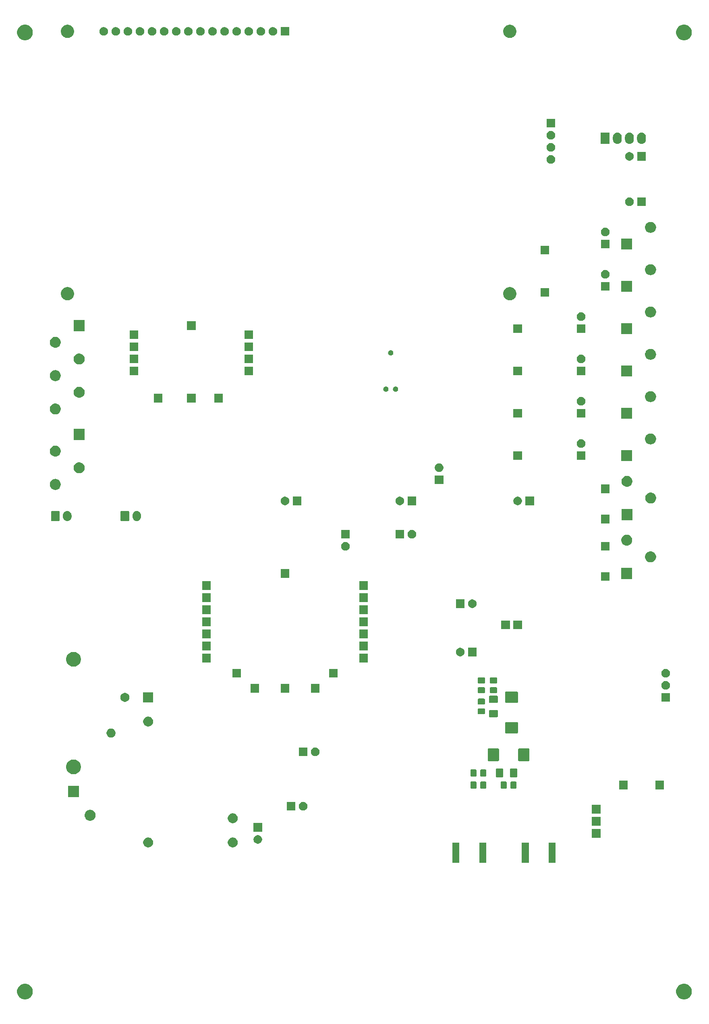
<source format=gbs>
G04 #@! TF.GenerationSoftware,KiCad,Pcbnew,5.1.5-52549c5~84~ubuntu19.04.1*
G04 #@! TF.CreationDate,2020-03-18T00:43:25+01:00*
G04 #@! TF.ProjectId,masterthesis-hardware,6d617374-6572-4746-9865-7369732d6861,v1.0*
G04 #@! TF.SameCoordinates,Original*
G04 #@! TF.FileFunction,Soldermask,Bot*
G04 #@! TF.FilePolarity,Negative*
%FSLAX46Y46*%
G04 Gerber Fmt 4.6, Leading zero omitted, Abs format (unit mm)*
G04 Created by KiCad (PCBNEW 5.1.5-52549c5~84~ubuntu19.04.1) date 2020-03-18 00:43:25*
%MOMM*%
%LPD*%
G04 APERTURE LIST*
%ADD10C,0.100000*%
G04 APERTURE END LIST*
D10*
G36*
X179586521Y-231027639D02*
G01*
X179886947Y-231152080D01*
X180157324Y-231332740D01*
X180387260Y-231562676D01*
X180567920Y-231833053D01*
X180692361Y-232133479D01*
X180755800Y-232452410D01*
X180755800Y-232777590D01*
X180692361Y-233096521D01*
X180567920Y-233396947D01*
X180387260Y-233667324D01*
X180157324Y-233897260D01*
X179886947Y-234077920D01*
X179586521Y-234202361D01*
X179267590Y-234265800D01*
X178942410Y-234265800D01*
X178623479Y-234202361D01*
X178323053Y-234077920D01*
X178052676Y-233897260D01*
X177822740Y-233667324D01*
X177642080Y-233396947D01*
X177517639Y-233096521D01*
X177454200Y-232777590D01*
X177454200Y-232452410D01*
X177517639Y-232133479D01*
X177642080Y-231833053D01*
X177822740Y-231562676D01*
X178052676Y-231332740D01*
X178323053Y-231152080D01*
X178623479Y-231027639D01*
X178942410Y-230964200D01*
X179267590Y-230964200D01*
X179586521Y-231027639D01*
G37*
G36*
X41086521Y-231027639D02*
G01*
X41386947Y-231152080D01*
X41657324Y-231332740D01*
X41887260Y-231562676D01*
X42067920Y-231833053D01*
X42192361Y-232133479D01*
X42255800Y-232452410D01*
X42255800Y-232777590D01*
X42192361Y-233096521D01*
X42067920Y-233396947D01*
X41887260Y-233667324D01*
X41657324Y-233897260D01*
X41386947Y-234077920D01*
X41086521Y-234202361D01*
X40767590Y-234265800D01*
X40442410Y-234265800D01*
X40123479Y-234202361D01*
X39823053Y-234077920D01*
X39552676Y-233897260D01*
X39322740Y-233667324D01*
X39142080Y-233396947D01*
X39017639Y-233096521D01*
X38954200Y-232777590D01*
X38954200Y-232452410D01*
X39017639Y-232133479D01*
X39142080Y-231833053D01*
X39322740Y-231562676D01*
X39552676Y-231332740D01*
X39823053Y-231152080D01*
X40123479Y-231027639D01*
X40442410Y-230964200D01*
X40767590Y-230964200D01*
X41086521Y-231027639D01*
G37*
G36*
X131885800Y-205604800D02*
G01*
X130434200Y-205604800D01*
X130434200Y-201303200D01*
X131885800Y-201303200D01*
X131885800Y-205604800D01*
G37*
G36*
X137535800Y-205604800D02*
G01*
X136084200Y-205604800D01*
X136084200Y-201303200D01*
X137535800Y-201303200D01*
X137535800Y-205604800D01*
G37*
G36*
X146490800Y-205604800D02*
G01*
X145039200Y-205604800D01*
X145039200Y-201303200D01*
X146490800Y-201303200D01*
X146490800Y-205604800D01*
G37*
G36*
X152140800Y-205604800D02*
G01*
X150689200Y-205604800D01*
X150689200Y-201303200D01*
X152140800Y-201303200D01*
X152140800Y-205604800D01*
G37*
G36*
X66791507Y-200284582D02*
G01*
X66982740Y-200363793D01*
X67154846Y-200478791D01*
X67301209Y-200625154D01*
X67416207Y-200797260D01*
X67495418Y-200988493D01*
X67535800Y-201191505D01*
X67535800Y-201398495D01*
X67495418Y-201601507D01*
X67416207Y-201792740D01*
X67301209Y-201964846D01*
X67154846Y-202111209D01*
X66982740Y-202226207D01*
X66791507Y-202305418D01*
X66588495Y-202345800D01*
X66381505Y-202345800D01*
X66178493Y-202305418D01*
X65987260Y-202226207D01*
X65815154Y-202111209D01*
X65668791Y-201964846D01*
X65553793Y-201792740D01*
X65474582Y-201601507D01*
X65434200Y-201398495D01*
X65434200Y-201191505D01*
X65474582Y-200988493D01*
X65553793Y-200797260D01*
X65668791Y-200625154D01*
X65815154Y-200478791D01*
X65987260Y-200363793D01*
X66178493Y-200284582D01*
X66381505Y-200244200D01*
X66588495Y-200244200D01*
X66791507Y-200284582D01*
G37*
G36*
X84571507Y-200284582D02*
G01*
X84762740Y-200363793D01*
X84934846Y-200478791D01*
X85081209Y-200625154D01*
X85196207Y-200797260D01*
X85275418Y-200988493D01*
X85315800Y-201191505D01*
X85315800Y-201398495D01*
X85275418Y-201601507D01*
X85196207Y-201792740D01*
X85081209Y-201964846D01*
X84934846Y-202111209D01*
X84762740Y-202226207D01*
X84571507Y-202305418D01*
X84368495Y-202345800D01*
X84161505Y-202345800D01*
X83958493Y-202305418D01*
X83767260Y-202226207D01*
X83595154Y-202111209D01*
X83448791Y-201964846D01*
X83333793Y-201792740D01*
X83254582Y-201601507D01*
X83214200Y-201398495D01*
X83214200Y-201191505D01*
X83254582Y-200988493D01*
X83333793Y-200797260D01*
X83448791Y-200625154D01*
X83595154Y-200478791D01*
X83767260Y-200363793D01*
X83958493Y-200284582D01*
X84161505Y-200244200D01*
X84368495Y-200244200D01*
X84571507Y-200284582D01*
G37*
G36*
X89797754Y-199793817D02*
G01*
X89961689Y-199861721D01*
X90109227Y-199960303D01*
X90234697Y-200085773D01*
X90333279Y-200233311D01*
X90401183Y-200397246D01*
X90435800Y-200571279D01*
X90435800Y-200748721D01*
X90401183Y-200922754D01*
X90333279Y-201086689D01*
X90234697Y-201234227D01*
X90109227Y-201359697D01*
X89961689Y-201458279D01*
X89797754Y-201526183D01*
X89623721Y-201560800D01*
X89446279Y-201560800D01*
X89272246Y-201526183D01*
X89108311Y-201458279D01*
X88960773Y-201359697D01*
X88835303Y-201234227D01*
X88736721Y-201086689D01*
X88668817Y-200922754D01*
X88634200Y-200748721D01*
X88634200Y-200571279D01*
X88668817Y-200397246D01*
X88736721Y-200233311D01*
X88835303Y-200085773D01*
X88960773Y-199960303D01*
X89108311Y-199861721D01*
X89272246Y-199793817D01*
X89446279Y-199759200D01*
X89623721Y-199759200D01*
X89797754Y-199793817D01*
G37*
G36*
X161555800Y-200290800D02*
G01*
X159754200Y-200290800D01*
X159754200Y-198489200D01*
X161555800Y-198489200D01*
X161555800Y-200290800D01*
G37*
G36*
X90435800Y-199020800D02*
G01*
X88634200Y-199020800D01*
X88634200Y-197219200D01*
X90435800Y-197219200D01*
X90435800Y-199020800D01*
G37*
G36*
X161555800Y-197750800D02*
G01*
X159754200Y-197750800D01*
X159754200Y-195949200D01*
X161555800Y-195949200D01*
X161555800Y-197750800D01*
G37*
G36*
X84571507Y-195204582D02*
G01*
X84762740Y-195283793D01*
X84934846Y-195398791D01*
X85081209Y-195545154D01*
X85196207Y-195717260D01*
X85275418Y-195908493D01*
X85315800Y-196111505D01*
X85315800Y-196318495D01*
X85275418Y-196521507D01*
X85196207Y-196712740D01*
X85081209Y-196884846D01*
X84934846Y-197031209D01*
X84762740Y-197146207D01*
X84571507Y-197225418D01*
X84368495Y-197265800D01*
X84161505Y-197265800D01*
X83958493Y-197225418D01*
X83767260Y-197146207D01*
X83595154Y-197031209D01*
X83448791Y-196884846D01*
X83333793Y-196712740D01*
X83254582Y-196521507D01*
X83214200Y-196318495D01*
X83214200Y-196111505D01*
X83254582Y-195908493D01*
X83333793Y-195717260D01*
X83448791Y-195545154D01*
X83595154Y-195398791D01*
X83767260Y-195283793D01*
X83958493Y-195204582D01*
X84161505Y-195164200D01*
X84368495Y-195164200D01*
X84571507Y-195204582D01*
G37*
G36*
X54524510Y-194453112D02*
G01*
X54635677Y-194475225D01*
X54845108Y-194561974D01*
X55033593Y-194687915D01*
X55193885Y-194848207D01*
X55319826Y-195036692D01*
X55391944Y-195210800D01*
X55406575Y-195246124D01*
X55450800Y-195468456D01*
X55450800Y-195695144D01*
X55428688Y-195806310D01*
X55406575Y-195917477D01*
X55319826Y-196126908D01*
X55193885Y-196315393D01*
X55033593Y-196475685D01*
X54845108Y-196601626D01*
X54635677Y-196688375D01*
X54524510Y-196710487D01*
X54413344Y-196732600D01*
X54186656Y-196732600D01*
X54075490Y-196710487D01*
X53964323Y-196688375D01*
X53754892Y-196601626D01*
X53566407Y-196475685D01*
X53406115Y-196315393D01*
X53280174Y-196126908D01*
X53193425Y-195917477D01*
X53171313Y-195806310D01*
X53149200Y-195695144D01*
X53149200Y-195468456D01*
X53193425Y-195246124D01*
X53208057Y-195210800D01*
X53280174Y-195036692D01*
X53406115Y-194848207D01*
X53566407Y-194687915D01*
X53754892Y-194561974D01*
X53964323Y-194475225D01*
X54075490Y-194453112D01*
X54186656Y-194431000D01*
X54413344Y-194431000D01*
X54524510Y-194453112D01*
G37*
G36*
X161555800Y-195210800D02*
G01*
X159754200Y-195210800D01*
X159754200Y-193409200D01*
X161555800Y-193409200D01*
X161555800Y-195210800D01*
G37*
G36*
X97420800Y-194575800D02*
G01*
X95619200Y-194575800D01*
X95619200Y-192774200D01*
X97420800Y-192774200D01*
X97420800Y-194575800D01*
G37*
G36*
X99322754Y-192808817D02*
G01*
X99486689Y-192876721D01*
X99634227Y-192975303D01*
X99759697Y-193100773D01*
X99858279Y-193248311D01*
X99926183Y-193412246D01*
X99960800Y-193586279D01*
X99960800Y-193763721D01*
X99926183Y-193937754D01*
X99858279Y-194101689D01*
X99759697Y-194249227D01*
X99634227Y-194374697D01*
X99486689Y-194473279D01*
X99322754Y-194541183D01*
X99148721Y-194575800D01*
X98971279Y-194575800D01*
X98797246Y-194541183D01*
X98633311Y-194473279D01*
X98485773Y-194374697D01*
X98360303Y-194249227D01*
X98261721Y-194101689D01*
X98193817Y-193937754D01*
X98159200Y-193763721D01*
X98159200Y-193586279D01*
X98193817Y-193412246D01*
X98261721Y-193248311D01*
X98360303Y-193100773D01*
X98485773Y-192975303D01*
X98633311Y-192876721D01*
X98797246Y-192808817D01*
X98971279Y-192774200D01*
X99148721Y-192774200D01*
X99322754Y-192808817D01*
G37*
G36*
X51950800Y-191730800D02*
G01*
X49649200Y-191730800D01*
X49649200Y-189429200D01*
X51950800Y-189429200D01*
X51950800Y-191730800D01*
G37*
G36*
X167270800Y-190130800D02*
G01*
X165469200Y-190130800D01*
X165469200Y-188329200D01*
X167270800Y-188329200D01*
X167270800Y-190130800D01*
G37*
G36*
X174890800Y-190130800D02*
G01*
X173089200Y-190130800D01*
X173089200Y-188329200D01*
X174890800Y-188329200D01*
X174890800Y-190130800D01*
G37*
G36*
X135329449Y-188483650D02*
G01*
X135366914Y-188495015D01*
X135401438Y-188513469D01*
X135431698Y-188538302D01*
X135456531Y-188568562D01*
X135474985Y-188603086D01*
X135486350Y-188640551D01*
X135490800Y-188685738D01*
X135490800Y-189774262D01*
X135486350Y-189819449D01*
X135474985Y-189856914D01*
X135456531Y-189891438D01*
X135431698Y-189921698D01*
X135401438Y-189946531D01*
X135366914Y-189964985D01*
X135329449Y-189976350D01*
X135284262Y-189980800D01*
X134445738Y-189980800D01*
X134400551Y-189976350D01*
X134363086Y-189964985D01*
X134328562Y-189946531D01*
X134298302Y-189921698D01*
X134273469Y-189891438D01*
X134255015Y-189856914D01*
X134243650Y-189819449D01*
X134239200Y-189774262D01*
X134239200Y-188685738D01*
X134243650Y-188640551D01*
X134255015Y-188603086D01*
X134273469Y-188568562D01*
X134298302Y-188538302D01*
X134328562Y-188513469D01*
X134363086Y-188495015D01*
X134400551Y-188483650D01*
X134445738Y-188479200D01*
X135284262Y-188479200D01*
X135329449Y-188483650D01*
G37*
G36*
X137379449Y-188483650D02*
G01*
X137416914Y-188495015D01*
X137451438Y-188513469D01*
X137481698Y-188538302D01*
X137506531Y-188568562D01*
X137524985Y-188603086D01*
X137536350Y-188640551D01*
X137540800Y-188685738D01*
X137540800Y-189774262D01*
X137536350Y-189819449D01*
X137524985Y-189856914D01*
X137506531Y-189891438D01*
X137481698Y-189921698D01*
X137451438Y-189946531D01*
X137416914Y-189964985D01*
X137379449Y-189976350D01*
X137334262Y-189980800D01*
X136495738Y-189980800D01*
X136450551Y-189976350D01*
X136413086Y-189964985D01*
X136378562Y-189946531D01*
X136348302Y-189921698D01*
X136323469Y-189891438D01*
X136305015Y-189856914D01*
X136293650Y-189819449D01*
X136289200Y-189774262D01*
X136289200Y-188685738D01*
X136293650Y-188640551D01*
X136305015Y-188603086D01*
X136323469Y-188568562D01*
X136348302Y-188538302D01*
X136378562Y-188513469D01*
X136413086Y-188495015D01*
X136450551Y-188483650D01*
X136495738Y-188479200D01*
X137334262Y-188479200D01*
X137379449Y-188483650D01*
G37*
G36*
X143729449Y-188483650D02*
G01*
X143766914Y-188495015D01*
X143801438Y-188513469D01*
X143831698Y-188538302D01*
X143856531Y-188568562D01*
X143874985Y-188603086D01*
X143886350Y-188640551D01*
X143890800Y-188685738D01*
X143890800Y-189774262D01*
X143886350Y-189819449D01*
X143874985Y-189856914D01*
X143856531Y-189891438D01*
X143831698Y-189921698D01*
X143801438Y-189946531D01*
X143766914Y-189964985D01*
X143729449Y-189976350D01*
X143684262Y-189980800D01*
X142845738Y-189980800D01*
X142800551Y-189976350D01*
X142763086Y-189964985D01*
X142728562Y-189946531D01*
X142698302Y-189921698D01*
X142673469Y-189891438D01*
X142655015Y-189856914D01*
X142643650Y-189819449D01*
X142639200Y-189774262D01*
X142639200Y-188685738D01*
X142643650Y-188640551D01*
X142655015Y-188603086D01*
X142673469Y-188568562D01*
X142698302Y-188538302D01*
X142728562Y-188513469D01*
X142763086Y-188495015D01*
X142800551Y-188483650D01*
X142845738Y-188479200D01*
X143684262Y-188479200D01*
X143729449Y-188483650D01*
G37*
G36*
X141679449Y-188483650D02*
G01*
X141716914Y-188495015D01*
X141751438Y-188513469D01*
X141781698Y-188538302D01*
X141806531Y-188568562D01*
X141824985Y-188603086D01*
X141836350Y-188640551D01*
X141840800Y-188685738D01*
X141840800Y-189774262D01*
X141836350Y-189819449D01*
X141824985Y-189856914D01*
X141806531Y-189891438D01*
X141781698Y-189921698D01*
X141751438Y-189946531D01*
X141716914Y-189964985D01*
X141679449Y-189976350D01*
X141634262Y-189980800D01*
X140795738Y-189980800D01*
X140750551Y-189976350D01*
X140713086Y-189964985D01*
X140678562Y-189946531D01*
X140648302Y-189921698D01*
X140623469Y-189891438D01*
X140605015Y-189856914D01*
X140593650Y-189819449D01*
X140589200Y-189774262D01*
X140589200Y-188685738D01*
X140593650Y-188640551D01*
X140605015Y-188603086D01*
X140623469Y-188568562D01*
X140648302Y-188538302D01*
X140678562Y-188513469D01*
X140713086Y-188495015D01*
X140750551Y-188483650D01*
X140795738Y-188479200D01*
X141634262Y-188479200D01*
X141679449Y-188483650D01*
G37*
G36*
X140948964Y-185768365D02*
G01*
X140983618Y-185778878D01*
X141015567Y-185795955D01*
X141043566Y-185818934D01*
X141066545Y-185846933D01*
X141083622Y-185878882D01*
X141094135Y-185913536D01*
X141098300Y-185955830D01*
X141098300Y-187424170D01*
X141094135Y-187466464D01*
X141083622Y-187501118D01*
X141066545Y-187533067D01*
X141043566Y-187561066D01*
X141015567Y-187584045D01*
X140983618Y-187601122D01*
X140948964Y-187611635D01*
X140906670Y-187615800D01*
X139763330Y-187615800D01*
X139721036Y-187611635D01*
X139686382Y-187601122D01*
X139654433Y-187584045D01*
X139626434Y-187561066D01*
X139603455Y-187533067D01*
X139586378Y-187501118D01*
X139575865Y-187466464D01*
X139571700Y-187424170D01*
X139571700Y-185955830D01*
X139575865Y-185913536D01*
X139586378Y-185878882D01*
X139603455Y-185846933D01*
X139626434Y-185818934D01*
X139654433Y-185795955D01*
X139686382Y-185778878D01*
X139721036Y-185768365D01*
X139763330Y-185764200D01*
X140906670Y-185764200D01*
X140948964Y-185768365D01*
G37*
G36*
X143923964Y-185768365D02*
G01*
X143958618Y-185778878D01*
X143990567Y-185795955D01*
X144018566Y-185818934D01*
X144041545Y-185846933D01*
X144058622Y-185878882D01*
X144069135Y-185913536D01*
X144073300Y-185955830D01*
X144073300Y-187424170D01*
X144069135Y-187466464D01*
X144058622Y-187501118D01*
X144041545Y-187533067D01*
X144018566Y-187561066D01*
X143990567Y-187584045D01*
X143958618Y-187601122D01*
X143923964Y-187611635D01*
X143881670Y-187615800D01*
X142738330Y-187615800D01*
X142696036Y-187611635D01*
X142661382Y-187601122D01*
X142629433Y-187584045D01*
X142601434Y-187561066D01*
X142578455Y-187533067D01*
X142561378Y-187501118D01*
X142550865Y-187466464D01*
X142546700Y-187424170D01*
X142546700Y-185955830D01*
X142550865Y-185913536D01*
X142561378Y-185878882D01*
X142578455Y-185846933D01*
X142601434Y-185818934D01*
X142629433Y-185795955D01*
X142661382Y-185778878D01*
X142696036Y-185768365D01*
X142738330Y-185764200D01*
X143881670Y-185764200D01*
X143923964Y-185768365D01*
G37*
G36*
X137379449Y-185943650D02*
G01*
X137416914Y-185955015D01*
X137451438Y-185973469D01*
X137481698Y-185998302D01*
X137506531Y-186028562D01*
X137524985Y-186063086D01*
X137536350Y-186100551D01*
X137540800Y-186145738D01*
X137540800Y-187234262D01*
X137536350Y-187279449D01*
X137524985Y-187316914D01*
X137506531Y-187351438D01*
X137481698Y-187381698D01*
X137451438Y-187406531D01*
X137416914Y-187424985D01*
X137379449Y-187436350D01*
X137334262Y-187440800D01*
X136495738Y-187440800D01*
X136450551Y-187436350D01*
X136413086Y-187424985D01*
X136378562Y-187406531D01*
X136348302Y-187381698D01*
X136323469Y-187351438D01*
X136305015Y-187316914D01*
X136293650Y-187279449D01*
X136289200Y-187234262D01*
X136289200Y-186145738D01*
X136293650Y-186100551D01*
X136305015Y-186063086D01*
X136323469Y-186028562D01*
X136348302Y-185998302D01*
X136378562Y-185973469D01*
X136413086Y-185955015D01*
X136450551Y-185943650D01*
X136495738Y-185939200D01*
X137334262Y-185939200D01*
X137379449Y-185943650D01*
G37*
G36*
X135329449Y-185943650D02*
G01*
X135366914Y-185955015D01*
X135401438Y-185973469D01*
X135431698Y-185998302D01*
X135456531Y-186028562D01*
X135474985Y-186063086D01*
X135486350Y-186100551D01*
X135490800Y-186145738D01*
X135490800Y-187234262D01*
X135486350Y-187279449D01*
X135474985Y-187316914D01*
X135456531Y-187351438D01*
X135431698Y-187381698D01*
X135401438Y-187406531D01*
X135366914Y-187424985D01*
X135329449Y-187436350D01*
X135284262Y-187440800D01*
X134445738Y-187440800D01*
X134400551Y-187436350D01*
X134363086Y-187424985D01*
X134328562Y-187406531D01*
X134298302Y-187381698D01*
X134273469Y-187351438D01*
X134255015Y-187316914D01*
X134243650Y-187279449D01*
X134239200Y-187234262D01*
X134239200Y-186145738D01*
X134243650Y-186100551D01*
X134255015Y-186063086D01*
X134273469Y-186028562D01*
X134298302Y-185998302D01*
X134328562Y-185973469D01*
X134363086Y-185955015D01*
X134400551Y-185943650D01*
X134445738Y-185939200D01*
X135284262Y-185939200D01*
X135329449Y-185943650D01*
G37*
G36*
X51252352Y-183928796D02*
G01*
X51534579Y-184045699D01*
X51788578Y-184215415D01*
X52004585Y-184431422D01*
X52174301Y-184685421D01*
X52291204Y-184967648D01*
X52350800Y-185267259D01*
X52350800Y-185572741D01*
X52291204Y-185872352D01*
X52174301Y-186154579D01*
X52004585Y-186408578D01*
X51788578Y-186624585D01*
X51534579Y-186794301D01*
X51252352Y-186911204D01*
X50952741Y-186970800D01*
X50647259Y-186970800D01*
X50347648Y-186911204D01*
X50065421Y-186794301D01*
X49811422Y-186624585D01*
X49595415Y-186408578D01*
X49425699Y-186154579D01*
X49308796Y-185872352D01*
X49249200Y-185572741D01*
X49249200Y-185267259D01*
X49308796Y-184967648D01*
X49425699Y-184685421D01*
X49595415Y-184431422D01*
X49811422Y-184215415D01*
X50065421Y-184045699D01*
X50347648Y-183928796D01*
X50647259Y-183869200D01*
X50952741Y-183869200D01*
X51252352Y-183928796D01*
G37*
G36*
X146484873Y-181557925D02*
G01*
X146515245Y-181567138D01*
X146543232Y-181582097D01*
X146567767Y-181602233D01*
X146587903Y-181626768D01*
X146602862Y-181654755D01*
X146612075Y-181685127D01*
X146615800Y-181722945D01*
X146615800Y-184037055D01*
X146612075Y-184074873D01*
X146602862Y-184105245D01*
X146587903Y-184133232D01*
X146567767Y-184157767D01*
X146543232Y-184177903D01*
X146515245Y-184192862D01*
X146484873Y-184202075D01*
X146447055Y-184205800D01*
X144432945Y-184205800D01*
X144395127Y-184202075D01*
X144364755Y-184192862D01*
X144336768Y-184177903D01*
X144312233Y-184157767D01*
X144292097Y-184133232D01*
X144277138Y-184105245D01*
X144267925Y-184074873D01*
X144264200Y-184037055D01*
X144264200Y-181722945D01*
X144267925Y-181685127D01*
X144277138Y-181654755D01*
X144292097Y-181626768D01*
X144312233Y-181602233D01*
X144336768Y-181582097D01*
X144364755Y-181567138D01*
X144395127Y-181557925D01*
X144432945Y-181554200D01*
X146447055Y-181554200D01*
X146484873Y-181557925D01*
G37*
G36*
X140084873Y-181557925D02*
G01*
X140115245Y-181567138D01*
X140143232Y-181582097D01*
X140167767Y-181602233D01*
X140187903Y-181626768D01*
X140202862Y-181654755D01*
X140212075Y-181685127D01*
X140215800Y-181722945D01*
X140215800Y-184037055D01*
X140212075Y-184074873D01*
X140202862Y-184105245D01*
X140187903Y-184133232D01*
X140167767Y-184157767D01*
X140143232Y-184177903D01*
X140115245Y-184192862D01*
X140084873Y-184202075D01*
X140047055Y-184205800D01*
X138032945Y-184205800D01*
X137995127Y-184202075D01*
X137964755Y-184192862D01*
X137936768Y-184177903D01*
X137912233Y-184157767D01*
X137892097Y-184133232D01*
X137877138Y-184105245D01*
X137867925Y-184074873D01*
X137864200Y-184037055D01*
X137864200Y-181722945D01*
X137867925Y-181685127D01*
X137877138Y-181654755D01*
X137892097Y-181626768D01*
X137912233Y-181602233D01*
X137936768Y-181582097D01*
X137964755Y-181567138D01*
X137995127Y-181557925D01*
X138032945Y-181554200D01*
X140047055Y-181554200D01*
X140084873Y-181557925D01*
G37*
G36*
X101862754Y-181378817D02*
G01*
X102026689Y-181446721D01*
X102174227Y-181545303D01*
X102299697Y-181670773D01*
X102398279Y-181818311D01*
X102466183Y-181982246D01*
X102500800Y-182156279D01*
X102500800Y-182333721D01*
X102466183Y-182507754D01*
X102398279Y-182671689D01*
X102299697Y-182819227D01*
X102174227Y-182944697D01*
X102026689Y-183043279D01*
X101862754Y-183111183D01*
X101688721Y-183145800D01*
X101511279Y-183145800D01*
X101337246Y-183111183D01*
X101173311Y-183043279D01*
X101025773Y-182944697D01*
X100900303Y-182819227D01*
X100801721Y-182671689D01*
X100733817Y-182507754D01*
X100699200Y-182333721D01*
X100699200Y-182156279D01*
X100733817Y-181982246D01*
X100801721Y-181818311D01*
X100900303Y-181670773D01*
X101025773Y-181545303D01*
X101173311Y-181446721D01*
X101337246Y-181378817D01*
X101511279Y-181344200D01*
X101688721Y-181344200D01*
X101862754Y-181378817D01*
G37*
G36*
X99960800Y-183145800D02*
G01*
X98159200Y-183145800D01*
X98159200Y-181344200D01*
X99960800Y-181344200D01*
X99960800Y-183145800D01*
G37*
G36*
X58972338Y-177400738D02*
G01*
X59145373Y-177472412D01*
X59301100Y-177576465D01*
X59433535Y-177708900D01*
X59537588Y-177864627D01*
X59609262Y-178037662D01*
X59645800Y-178221354D01*
X59645800Y-178408646D01*
X59609262Y-178592338D01*
X59537588Y-178765373D01*
X59433535Y-178921100D01*
X59301100Y-179053535D01*
X59145373Y-179157588D01*
X58972338Y-179229262D01*
X58788646Y-179265800D01*
X58601354Y-179265800D01*
X58417662Y-179229262D01*
X58244627Y-179157588D01*
X58088900Y-179053535D01*
X57956465Y-178921100D01*
X57852412Y-178765373D01*
X57780738Y-178592338D01*
X57744200Y-178408646D01*
X57744200Y-178221354D01*
X57780738Y-178037662D01*
X57852412Y-177864627D01*
X57956465Y-177708900D01*
X58088900Y-177576465D01*
X58244627Y-177472412D01*
X58417662Y-177400738D01*
X58601354Y-177364200D01*
X58788646Y-177364200D01*
X58972338Y-177400738D01*
G37*
G36*
X144069873Y-176017925D02*
G01*
X144100245Y-176027138D01*
X144128232Y-176042097D01*
X144152767Y-176062233D01*
X144172903Y-176086768D01*
X144187862Y-176114755D01*
X144197075Y-176145127D01*
X144200800Y-176182945D01*
X144200800Y-178197055D01*
X144197075Y-178234873D01*
X144187862Y-178265245D01*
X144172903Y-178293232D01*
X144152767Y-178317767D01*
X144128232Y-178337903D01*
X144100245Y-178352862D01*
X144069873Y-178362075D01*
X144032055Y-178365800D01*
X141717945Y-178365800D01*
X141680127Y-178362075D01*
X141649755Y-178352862D01*
X141621768Y-178337903D01*
X141597233Y-178317767D01*
X141577097Y-178293232D01*
X141562138Y-178265245D01*
X141552925Y-178234873D01*
X141549200Y-178197055D01*
X141549200Y-176182945D01*
X141552925Y-176145127D01*
X141562138Y-176114755D01*
X141577097Y-176086768D01*
X141597233Y-176062233D01*
X141621768Y-176042097D01*
X141649755Y-176027138D01*
X141680127Y-176017925D01*
X141717945Y-176014200D01*
X144032055Y-176014200D01*
X144069873Y-176017925D01*
G37*
G36*
X66791507Y-174884582D02*
G01*
X66982740Y-174963793D01*
X67154846Y-175078791D01*
X67301209Y-175225154D01*
X67416207Y-175397260D01*
X67495418Y-175588493D01*
X67535800Y-175791505D01*
X67535800Y-175998495D01*
X67495418Y-176201507D01*
X67416207Y-176392740D01*
X67301209Y-176564846D01*
X67154846Y-176711209D01*
X66982740Y-176826207D01*
X66791507Y-176905418D01*
X66588495Y-176945800D01*
X66381505Y-176945800D01*
X66178493Y-176905418D01*
X65987260Y-176826207D01*
X65815154Y-176711209D01*
X65668791Y-176564846D01*
X65553793Y-176392740D01*
X65474582Y-176201507D01*
X65434200Y-175998495D01*
X65434200Y-175791505D01*
X65474582Y-175588493D01*
X65553793Y-175397260D01*
X65668791Y-175225154D01*
X65815154Y-175078791D01*
X65987260Y-174963793D01*
X66178493Y-174884582D01*
X66381505Y-174844200D01*
X66588495Y-174844200D01*
X66791507Y-174884582D01*
G37*
G36*
X139841464Y-173448365D02*
G01*
X139876118Y-173458878D01*
X139908067Y-173475955D01*
X139936066Y-173498934D01*
X139959045Y-173526933D01*
X139976122Y-173558882D01*
X139986635Y-173593536D01*
X139990800Y-173635830D01*
X139990800Y-174779170D01*
X139986635Y-174821464D01*
X139976122Y-174856118D01*
X139959045Y-174888067D01*
X139936066Y-174916066D01*
X139908067Y-174939045D01*
X139876118Y-174956122D01*
X139841464Y-174966635D01*
X139799170Y-174970800D01*
X138330830Y-174970800D01*
X138288536Y-174966635D01*
X138253882Y-174956122D01*
X138221933Y-174939045D01*
X138193934Y-174916066D01*
X138170955Y-174888067D01*
X138153878Y-174856118D01*
X138143365Y-174821464D01*
X138139200Y-174779170D01*
X138139200Y-173635830D01*
X138143365Y-173593536D01*
X138153878Y-173558882D01*
X138170955Y-173526933D01*
X138193934Y-173498934D01*
X138221933Y-173475955D01*
X138253882Y-173458878D01*
X138288536Y-173448365D01*
X138330830Y-173444200D01*
X139799170Y-173444200D01*
X139841464Y-173448365D01*
G37*
G36*
X137114449Y-173123650D02*
G01*
X137151914Y-173135015D01*
X137186438Y-173153469D01*
X137216698Y-173178302D01*
X137241531Y-173208562D01*
X137259985Y-173243086D01*
X137271350Y-173280551D01*
X137275800Y-173325738D01*
X137275800Y-174164262D01*
X137271350Y-174209449D01*
X137259985Y-174246914D01*
X137241531Y-174281438D01*
X137216698Y-174311698D01*
X137186438Y-174336531D01*
X137151914Y-174354985D01*
X137114449Y-174366350D01*
X137069262Y-174370800D01*
X135980738Y-174370800D01*
X135935551Y-174366350D01*
X135898086Y-174354985D01*
X135863562Y-174336531D01*
X135833302Y-174311698D01*
X135808469Y-174281438D01*
X135790015Y-174246914D01*
X135778650Y-174209449D01*
X135774200Y-174164262D01*
X135774200Y-173325738D01*
X135778650Y-173280551D01*
X135790015Y-173243086D01*
X135808469Y-173208562D01*
X135833302Y-173178302D01*
X135863562Y-173153469D01*
X135898086Y-173135015D01*
X135935551Y-173123650D01*
X135980738Y-173119200D01*
X137069262Y-173119200D01*
X137114449Y-173123650D01*
G37*
G36*
X137114449Y-171073650D02*
G01*
X137151914Y-171085015D01*
X137186438Y-171103469D01*
X137216698Y-171128302D01*
X137241531Y-171158562D01*
X137259985Y-171193086D01*
X137271350Y-171230551D01*
X137275800Y-171275738D01*
X137275800Y-172114262D01*
X137271350Y-172159449D01*
X137259985Y-172196914D01*
X137241531Y-172231438D01*
X137216698Y-172261698D01*
X137186438Y-172286531D01*
X137151914Y-172304985D01*
X137114449Y-172316350D01*
X137069262Y-172320800D01*
X135980738Y-172320800D01*
X135935551Y-172316350D01*
X135898086Y-172304985D01*
X135863562Y-172286531D01*
X135833302Y-172261698D01*
X135808469Y-172231438D01*
X135790015Y-172196914D01*
X135778650Y-172159449D01*
X135774200Y-172114262D01*
X135774200Y-171275738D01*
X135778650Y-171230551D01*
X135790015Y-171193086D01*
X135808469Y-171158562D01*
X135833302Y-171128302D01*
X135863562Y-171103469D01*
X135898086Y-171085015D01*
X135935551Y-171073650D01*
X135980738Y-171069200D01*
X137069262Y-171069200D01*
X137114449Y-171073650D01*
G37*
G36*
X139841464Y-170473365D02*
G01*
X139876118Y-170483878D01*
X139908067Y-170500955D01*
X139936066Y-170523934D01*
X139959045Y-170551933D01*
X139976122Y-170583882D01*
X139986635Y-170618536D01*
X139990800Y-170660830D01*
X139990800Y-171804170D01*
X139986635Y-171846464D01*
X139976122Y-171881118D01*
X139959045Y-171913067D01*
X139936066Y-171941066D01*
X139908067Y-171964045D01*
X139876118Y-171981122D01*
X139841464Y-171991635D01*
X139799170Y-171995800D01*
X138330830Y-171995800D01*
X138288536Y-171991635D01*
X138253882Y-171981122D01*
X138221933Y-171964045D01*
X138193934Y-171941066D01*
X138170955Y-171913067D01*
X138153878Y-171881118D01*
X138143365Y-171846464D01*
X138139200Y-171804170D01*
X138139200Y-170660830D01*
X138143365Y-170618536D01*
X138153878Y-170583882D01*
X138170955Y-170551933D01*
X138193934Y-170523934D01*
X138221933Y-170500955D01*
X138253882Y-170483878D01*
X138288536Y-170473365D01*
X138330830Y-170469200D01*
X139799170Y-170469200D01*
X139841464Y-170473365D01*
G37*
G36*
X144069873Y-169617925D02*
G01*
X144100245Y-169627138D01*
X144128232Y-169642097D01*
X144152767Y-169662233D01*
X144172903Y-169686768D01*
X144187862Y-169714755D01*
X144197075Y-169745127D01*
X144200800Y-169782945D01*
X144200800Y-171797055D01*
X144197075Y-171834873D01*
X144187862Y-171865245D01*
X144172903Y-171893232D01*
X144152767Y-171917767D01*
X144128232Y-171937903D01*
X144100245Y-171952862D01*
X144069873Y-171962075D01*
X144032055Y-171965800D01*
X141717945Y-171965800D01*
X141680127Y-171962075D01*
X141649755Y-171952862D01*
X141621768Y-171937903D01*
X141597233Y-171917767D01*
X141577097Y-171893232D01*
X141562138Y-171865245D01*
X141552925Y-171834873D01*
X141549200Y-171797055D01*
X141549200Y-169782945D01*
X141552925Y-169745127D01*
X141562138Y-169714755D01*
X141577097Y-169686768D01*
X141597233Y-169662233D01*
X141621768Y-169642097D01*
X141649755Y-169627138D01*
X141680127Y-169617925D01*
X141717945Y-169614200D01*
X144032055Y-169614200D01*
X144069873Y-169617925D01*
G37*
G36*
X67535800Y-171865800D02*
G01*
X65434200Y-171865800D01*
X65434200Y-169764200D01*
X67535800Y-169764200D01*
X67535800Y-171865800D01*
G37*
G36*
X61872338Y-169900738D02*
G01*
X62045373Y-169972412D01*
X62201100Y-170076465D01*
X62333535Y-170208900D01*
X62437588Y-170364627D01*
X62509262Y-170537662D01*
X62545800Y-170721354D01*
X62545800Y-170908646D01*
X62509262Y-171092338D01*
X62437588Y-171265373D01*
X62333535Y-171421100D01*
X62201100Y-171553535D01*
X62045373Y-171657588D01*
X61872338Y-171729262D01*
X61688646Y-171765800D01*
X61501354Y-171765800D01*
X61317662Y-171729262D01*
X61144627Y-171657588D01*
X60988900Y-171553535D01*
X60856465Y-171421100D01*
X60752412Y-171265373D01*
X60680738Y-171092338D01*
X60644200Y-170908646D01*
X60644200Y-170721354D01*
X60680738Y-170537662D01*
X60752412Y-170364627D01*
X60856465Y-170208900D01*
X60988900Y-170076465D01*
X61144627Y-169972412D01*
X61317662Y-169900738D01*
X61501354Y-169864200D01*
X61688646Y-169864200D01*
X61872338Y-169900738D01*
G37*
G36*
X176160800Y-171715800D02*
G01*
X174359200Y-171715800D01*
X174359200Y-169914200D01*
X176160800Y-169914200D01*
X176160800Y-171715800D01*
G37*
G36*
X139654449Y-168678650D02*
G01*
X139691914Y-168690015D01*
X139726438Y-168708469D01*
X139756698Y-168733302D01*
X139781531Y-168763562D01*
X139799985Y-168798086D01*
X139811350Y-168835551D01*
X139815800Y-168880738D01*
X139815800Y-169719262D01*
X139811350Y-169764449D01*
X139799985Y-169801914D01*
X139781531Y-169836438D01*
X139756698Y-169866698D01*
X139726438Y-169891531D01*
X139691914Y-169909985D01*
X139654449Y-169921350D01*
X139609262Y-169925800D01*
X138520738Y-169925800D01*
X138475551Y-169921350D01*
X138438086Y-169909985D01*
X138403562Y-169891531D01*
X138373302Y-169866698D01*
X138348469Y-169836438D01*
X138330015Y-169801914D01*
X138318650Y-169764449D01*
X138314200Y-169719262D01*
X138314200Y-168880738D01*
X138318650Y-168835551D01*
X138330015Y-168798086D01*
X138348469Y-168763562D01*
X138373302Y-168733302D01*
X138403562Y-168708469D01*
X138438086Y-168690015D01*
X138475551Y-168678650D01*
X138520738Y-168674200D01*
X139609262Y-168674200D01*
X139654449Y-168678650D01*
G37*
G36*
X137114449Y-168678650D02*
G01*
X137151914Y-168690015D01*
X137186438Y-168708469D01*
X137216698Y-168733302D01*
X137241531Y-168763562D01*
X137259985Y-168798086D01*
X137271350Y-168835551D01*
X137275800Y-168880738D01*
X137275800Y-169719262D01*
X137271350Y-169764449D01*
X137259985Y-169801914D01*
X137241531Y-169836438D01*
X137216698Y-169866698D01*
X137186438Y-169891531D01*
X137151914Y-169909985D01*
X137114449Y-169921350D01*
X137069262Y-169925800D01*
X135980738Y-169925800D01*
X135935551Y-169921350D01*
X135898086Y-169909985D01*
X135863562Y-169891531D01*
X135833302Y-169866698D01*
X135808469Y-169836438D01*
X135790015Y-169801914D01*
X135778650Y-169764449D01*
X135774200Y-169719262D01*
X135774200Y-168880738D01*
X135778650Y-168835551D01*
X135790015Y-168798086D01*
X135808469Y-168763562D01*
X135833302Y-168733302D01*
X135863562Y-168708469D01*
X135898086Y-168690015D01*
X135935551Y-168678650D01*
X135980738Y-168674200D01*
X137069262Y-168674200D01*
X137114449Y-168678650D01*
G37*
G36*
X89800800Y-169810800D02*
G01*
X87999200Y-169810800D01*
X87999200Y-168009200D01*
X89800800Y-168009200D01*
X89800800Y-169810800D01*
G37*
G36*
X102500800Y-169810800D02*
G01*
X100699200Y-169810800D01*
X100699200Y-168009200D01*
X102500800Y-168009200D01*
X102500800Y-169810800D01*
G37*
G36*
X96150800Y-169810800D02*
G01*
X94349200Y-169810800D01*
X94349200Y-168009200D01*
X96150800Y-168009200D01*
X96150800Y-169810800D01*
G37*
G36*
X175522754Y-167408817D02*
G01*
X175686689Y-167476721D01*
X175834227Y-167575303D01*
X175959697Y-167700773D01*
X176058279Y-167848311D01*
X176126183Y-168012246D01*
X176160800Y-168186279D01*
X176160800Y-168363721D01*
X176126183Y-168537754D01*
X176058279Y-168701689D01*
X175959697Y-168849227D01*
X175834227Y-168974697D01*
X175686689Y-169073279D01*
X175522754Y-169141183D01*
X175348721Y-169175800D01*
X175171279Y-169175800D01*
X174997246Y-169141183D01*
X174833311Y-169073279D01*
X174685773Y-168974697D01*
X174560303Y-168849227D01*
X174461721Y-168701689D01*
X174393817Y-168537754D01*
X174359200Y-168363721D01*
X174359200Y-168186279D01*
X174393817Y-168012246D01*
X174461721Y-167848311D01*
X174560303Y-167700773D01*
X174685773Y-167575303D01*
X174833311Y-167476721D01*
X174997246Y-167408817D01*
X175171279Y-167374200D01*
X175348721Y-167374200D01*
X175522754Y-167408817D01*
G37*
G36*
X137114449Y-166628650D02*
G01*
X137151914Y-166640015D01*
X137186438Y-166658469D01*
X137216698Y-166683302D01*
X137241531Y-166713562D01*
X137259985Y-166748086D01*
X137271350Y-166785551D01*
X137275800Y-166830738D01*
X137275800Y-167669262D01*
X137271350Y-167714449D01*
X137259985Y-167751914D01*
X137241531Y-167786438D01*
X137216698Y-167816698D01*
X137186438Y-167841531D01*
X137151914Y-167859985D01*
X137114449Y-167871350D01*
X137069262Y-167875800D01*
X135980738Y-167875800D01*
X135935551Y-167871350D01*
X135898086Y-167859985D01*
X135863562Y-167841531D01*
X135833302Y-167816698D01*
X135808469Y-167786438D01*
X135790015Y-167751914D01*
X135778650Y-167714449D01*
X135774200Y-167669262D01*
X135774200Y-166830738D01*
X135778650Y-166785551D01*
X135790015Y-166748086D01*
X135808469Y-166713562D01*
X135833302Y-166683302D01*
X135863562Y-166658469D01*
X135898086Y-166640015D01*
X135935551Y-166628650D01*
X135980738Y-166624200D01*
X137069262Y-166624200D01*
X137114449Y-166628650D01*
G37*
G36*
X139654449Y-166628650D02*
G01*
X139691914Y-166640015D01*
X139726438Y-166658469D01*
X139756698Y-166683302D01*
X139781531Y-166713562D01*
X139799985Y-166748086D01*
X139811350Y-166785551D01*
X139815800Y-166830738D01*
X139815800Y-167669262D01*
X139811350Y-167714449D01*
X139799985Y-167751914D01*
X139781531Y-167786438D01*
X139756698Y-167816698D01*
X139726438Y-167841531D01*
X139691914Y-167859985D01*
X139654449Y-167871350D01*
X139609262Y-167875800D01*
X138520738Y-167875800D01*
X138475551Y-167871350D01*
X138438086Y-167859985D01*
X138403562Y-167841531D01*
X138373302Y-167816698D01*
X138348469Y-167786438D01*
X138330015Y-167751914D01*
X138318650Y-167714449D01*
X138314200Y-167669262D01*
X138314200Y-166830738D01*
X138318650Y-166785551D01*
X138330015Y-166748086D01*
X138348469Y-166713562D01*
X138373302Y-166683302D01*
X138403562Y-166658469D01*
X138438086Y-166640015D01*
X138475551Y-166628650D01*
X138520738Y-166624200D01*
X139609262Y-166624200D01*
X139654449Y-166628650D01*
G37*
G36*
X175522754Y-164868817D02*
G01*
X175686689Y-164936721D01*
X175834227Y-165035303D01*
X175959697Y-165160773D01*
X176058279Y-165308311D01*
X176126183Y-165472246D01*
X176160800Y-165646279D01*
X176160800Y-165823721D01*
X176126183Y-165997754D01*
X176058279Y-166161689D01*
X175959697Y-166309227D01*
X175834227Y-166434697D01*
X175686689Y-166533279D01*
X175522754Y-166601183D01*
X175348721Y-166635800D01*
X175171279Y-166635800D01*
X174997246Y-166601183D01*
X174833311Y-166533279D01*
X174685773Y-166434697D01*
X174560303Y-166309227D01*
X174461721Y-166161689D01*
X174393817Y-165997754D01*
X174359200Y-165823721D01*
X174359200Y-165646279D01*
X174393817Y-165472246D01*
X174461721Y-165308311D01*
X174560303Y-165160773D01*
X174685773Y-165035303D01*
X174833311Y-164936721D01*
X174997246Y-164868817D01*
X175171279Y-164834200D01*
X175348721Y-164834200D01*
X175522754Y-164868817D01*
G37*
G36*
X106310800Y-166635800D02*
G01*
X104509200Y-166635800D01*
X104509200Y-164834200D01*
X106310800Y-164834200D01*
X106310800Y-166635800D01*
G37*
G36*
X85990800Y-166635800D02*
G01*
X84189200Y-166635800D01*
X84189200Y-164834200D01*
X85990800Y-164834200D01*
X85990800Y-166635800D01*
G37*
G36*
X51252352Y-161328796D02*
G01*
X51534579Y-161445699D01*
X51788578Y-161615415D01*
X52004585Y-161831422D01*
X52174301Y-162085421D01*
X52291204Y-162367648D01*
X52350800Y-162667259D01*
X52350800Y-162972741D01*
X52291204Y-163272352D01*
X52174301Y-163554579D01*
X52004585Y-163808578D01*
X51788578Y-164024585D01*
X51534579Y-164194301D01*
X51252352Y-164311204D01*
X50952741Y-164370800D01*
X50647259Y-164370800D01*
X50347648Y-164311204D01*
X50065421Y-164194301D01*
X49811422Y-164024585D01*
X49595415Y-163808578D01*
X49425699Y-163554579D01*
X49308796Y-163272352D01*
X49249200Y-162972741D01*
X49249200Y-162667259D01*
X49308796Y-162367648D01*
X49425699Y-162085421D01*
X49595415Y-161831422D01*
X49811422Y-161615415D01*
X50065421Y-161445699D01*
X50347648Y-161328796D01*
X50647259Y-161269200D01*
X50952741Y-161269200D01*
X51252352Y-161328796D01*
G37*
G36*
X112660800Y-163460800D02*
G01*
X110859200Y-163460800D01*
X110859200Y-161659200D01*
X112660800Y-161659200D01*
X112660800Y-163460800D01*
G37*
G36*
X79640800Y-163460800D02*
G01*
X77839200Y-163460800D01*
X77839200Y-161659200D01*
X79640800Y-161659200D01*
X79640800Y-163460800D01*
G37*
G36*
X132342754Y-160423817D02*
G01*
X132506689Y-160491721D01*
X132654227Y-160590303D01*
X132779697Y-160715773D01*
X132878279Y-160863311D01*
X132946183Y-161027246D01*
X132980800Y-161201279D01*
X132980800Y-161378721D01*
X132946183Y-161552754D01*
X132878279Y-161716689D01*
X132779697Y-161864227D01*
X132654227Y-161989697D01*
X132506689Y-162088279D01*
X132342754Y-162156183D01*
X132168721Y-162190800D01*
X131991279Y-162190800D01*
X131817246Y-162156183D01*
X131653311Y-162088279D01*
X131505773Y-161989697D01*
X131380303Y-161864227D01*
X131281721Y-161716689D01*
X131213817Y-161552754D01*
X131179200Y-161378721D01*
X131179200Y-161201279D01*
X131213817Y-161027246D01*
X131281721Y-160863311D01*
X131380303Y-160715773D01*
X131505773Y-160590303D01*
X131653311Y-160491721D01*
X131817246Y-160423817D01*
X131991279Y-160389200D01*
X132168721Y-160389200D01*
X132342754Y-160423817D01*
G37*
G36*
X135520800Y-162190800D02*
G01*
X133719200Y-162190800D01*
X133719200Y-160389200D01*
X135520800Y-160389200D01*
X135520800Y-162190800D01*
G37*
G36*
X79640800Y-160920800D02*
G01*
X77839200Y-160920800D01*
X77839200Y-159119200D01*
X79640800Y-159119200D01*
X79640800Y-160920800D01*
G37*
G36*
X112660800Y-160920800D02*
G01*
X110859200Y-160920800D01*
X110859200Y-159119200D01*
X112660800Y-159119200D01*
X112660800Y-160920800D01*
G37*
G36*
X79640800Y-158380800D02*
G01*
X77839200Y-158380800D01*
X77839200Y-156579200D01*
X79640800Y-156579200D01*
X79640800Y-158380800D01*
G37*
G36*
X112660800Y-158380800D02*
G01*
X110859200Y-158380800D01*
X110859200Y-156579200D01*
X112660800Y-156579200D01*
X112660800Y-158380800D01*
G37*
G36*
X142505800Y-156475800D02*
G01*
X140704200Y-156475800D01*
X140704200Y-154674200D01*
X142505800Y-154674200D01*
X142505800Y-156475800D01*
G37*
G36*
X145045800Y-156475800D02*
G01*
X143244200Y-156475800D01*
X143244200Y-154674200D01*
X145045800Y-154674200D01*
X145045800Y-156475800D01*
G37*
G36*
X79640800Y-155840800D02*
G01*
X77839200Y-155840800D01*
X77839200Y-154039200D01*
X79640800Y-154039200D01*
X79640800Y-155840800D01*
G37*
G36*
X112660800Y-155840800D02*
G01*
X110859200Y-155840800D01*
X110859200Y-154039200D01*
X112660800Y-154039200D01*
X112660800Y-155840800D01*
G37*
G36*
X112660800Y-153300800D02*
G01*
X110859200Y-153300800D01*
X110859200Y-151499200D01*
X112660800Y-151499200D01*
X112660800Y-153300800D01*
G37*
G36*
X79640800Y-153300800D02*
G01*
X77839200Y-153300800D01*
X77839200Y-151499200D01*
X79640800Y-151499200D01*
X79640800Y-153300800D01*
G37*
G36*
X132980800Y-152030800D02*
G01*
X131179200Y-152030800D01*
X131179200Y-150229200D01*
X132980800Y-150229200D01*
X132980800Y-152030800D01*
G37*
G36*
X134882754Y-150263817D02*
G01*
X135046689Y-150331721D01*
X135194227Y-150430303D01*
X135319697Y-150555773D01*
X135418279Y-150703311D01*
X135486183Y-150867246D01*
X135520800Y-151041279D01*
X135520800Y-151218721D01*
X135486183Y-151392754D01*
X135418279Y-151556689D01*
X135319697Y-151704227D01*
X135194227Y-151829697D01*
X135046689Y-151928279D01*
X134882754Y-151996183D01*
X134708721Y-152030800D01*
X134531279Y-152030800D01*
X134357246Y-151996183D01*
X134193311Y-151928279D01*
X134045773Y-151829697D01*
X133920303Y-151704227D01*
X133821721Y-151556689D01*
X133753817Y-151392754D01*
X133719200Y-151218721D01*
X133719200Y-151041279D01*
X133753817Y-150867246D01*
X133821721Y-150703311D01*
X133920303Y-150555773D01*
X134045773Y-150430303D01*
X134193311Y-150331721D01*
X134357246Y-150263817D01*
X134531279Y-150229200D01*
X134708721Y-150229200D01*
X134882754Y-150263817D01*
G37*
G36*
X79640800Y-150760800D02*
G01*
X77839200Y-150760800D01*
X77839200Y-148959200D01*
X79640800Y-148959200D01*
X79640800Y-150760800D01*
G37*
G36*
X112660800Y-150760800D02*
G01*
X110859200Y-150760800D01*
X110859200Y-148959200D01*
X112660800Y-148959200D01*
X112660800Y-150760800D01*
G37*
G36*
X79640800Y-148220800D02*
G01*
X77839200Y-148220800D01*
X77839200Y-146419200D01*
X79640800Y-146419200D01*
X79640800Y-148220800D01*
G37*
G36*
X112660800Y-148220800D02*
G01*
X110859200Y-148220800D01*
X110859200Y-146419200D01*
X112660800Y-146419200D01*
X112660800Y-148220800D01*
G37*
G36*
X163460800Y-146315800D02*
G01*
X161659200Y-146315800D01*
X161659200Y-144514200D01*
X163460800Y-144514200D01*
X163460800Y-146315800D01*
G37*
G36*
X168235800Y-145930800D02*
G01*
X165934200Y-145930800D01*
X165934200Y-143629200D01*
X168235800Y-143629200D01*
X168235800Y-145930800D01*
G37*
G36*
X96150800Y-145680800D02*
G01*
X94349200Y-145680800D01*
X94349200Y-143879200D01*
X96150800Y-143879200D01*
X96150800Y-145680800D01*
G37*
G36*
X172311310Y-140151312D02*
G01*
X172422477Y-140173425D01*
X172631908Y-140260174D01*
X172820393Y-140386115D01*
X172980685Y-140546407D01*
X173106626Y-140734892D01*
X173193375Y-140944323D01*
X173237600Y-141166657D01*
X173237600Y-141393343D01*
X173193375Y-141615677D01*
X173106626Y-141825108D01*
X172980685Y-142013593D01*
X172820393Y-142173885D01*
X172631908Y-142299826D01*
X172422477Y-142386575D01*
X172311310Y-142408687D01*
X172200144Y-142430800D01*
X171973456Y-142430800D01*
X171862290Y-142408687D01*
X171751123Y-142386575D01*
X171541692Y-142299826D01*
X171353207Y-142173885D01*
X171192915Y-142013593D01*
X171066974Y-141825108D01*
X170980225Y-141615677D01*
X170936000Y-141393343D01*
X170936000Y-141166657D01*
X170980225Y-140944323D01*
X171066974Y-140734892D01*
X171192915Y-140546407D01*
X171353207Y-140386115D01*
X171541692Y-140260174D01*
X171751123Y-140173425D01*
X171862290Y-140151312D01*
X171973456Y-140129200D01*
X172200144Y-140129200D01*
X172311310Y-140151312D01*
G37*
G36*
X108212754Y-138198817D02*
G01*
X108376689Y-138266721D01*
X108524227Y-138365303D01*
X108649697Y-138490773D01*
X108748279Y-138638311D01*
X108816183Y-138802246D01*
X108850800Y-138976279D01*
X108850800Y-139153721D01*
X108816183Y-139327754D01*
X108748279Y-139491689D01*
X108649697Y-139639227D01*
X108524227Y-139764697D01*
X108376689Y-139863279D01*
X108212754Y-139931183D01*
X108038721Y-139965800D01*
X107861279Y-139965800D01*
X107687246Y-139931183D01*
X107523311Y-139863279D01*
X107375773Y-139764697D01*
X107250303Y-139639227D01*
X107151721Y-139491689D01*
X107083817Y-139327754D01*
X107049200Y-139153721D01*
X107049200Y-138976279D01*
X107083817Y-138802246D01*
X107151721Y-138638311D01*
X107250303Y-138490773D01*
X107375773Y-138365303D01*
X107523311Y-138266721D01*
X107687246Y-138198817D01*
X107861279Y-138164200D01*
X108038721Y-138164200D01*
X108212754Y-138198817D01*
G37*
G36*
X163460800Y-139965800D02*
G01*
X161659200Y-139965800D01*
X161659200Y-138164200D01*
X163460800Y-138164200D01*
X163460800Y-139965800D01*
G37*
G36*
X167309510Y-136651312D02*
G01*
X167420677Y-136673425D01*
X167630108Y-136760174D01*
X167818593Y-136886115D01*
X167978885Y-137046407D01*
X168104826Y-137234892D01*
X168191575Y-137444323D01*
X168235800Y-137666657D01*
X168235800Y-137893343D01*
X168191575Y-138115677D01*
X168104826Y-138325108D01*
X167978885Y-138513593D01*
X167818593Y-138673885D01*
X167630108Y-138799826D01*
X167420677Y-138886575D01*
X167309510Y-138908688D01*
X167198344Y-138930800D01*
X166971656Y-138930800D01*
X166860490Y-138908688D01*
X166749323Y-138886575D01*
X166539892Y-138799826D01*
X166351407Y-138673885D01*
X166191115Y-138513593D01*
X166065174Y-138325108D01*
X165978425Y-138115677D01*
X165934200Y-137893343D01*
X165934200Y-137666657D01*
X165978425Y-137444323D01*
X166065174Y-137234892D01*
X166191115Y-137046407D01*
X166351407Y-136886115D01*
X166539892Y-136760174D01*
X166749323Y-136673425D01*
X166860490Y-136651312D01*
X166971656Y-136629200D01*
X167198344Y-136629200D01*
X167309510Y-136651312D01*
G37*
G36*
X120280800Y-137425800D02*
G01*
X118479200Y-137425800D01*
X118479200Y-135624200D01*
X120280800Y-135624200D01*
X120280800Y-137425800D01*
G37*
G36*
X108850800Y-137425800D02*
G01*
X107049200Y-137425800D01*
X107049200Y-135624200D01*
X108850800Y-135624200D01*
X108850800Y-137425800D01*
G37*
G36*
X122182754Y-135658817D02*
G01*
X122346689Y-135726721D01*
X122494227Y-135825303D01*
X122619697Y-135950773D01*
X122718279Y-136098311D01*
X122786183Y-136262246D01*
X122820800Y-136436279D01*
X122820800Y-136613721D01*
X122786183Y-136787754D01*
X122718279Y-136951689D01*
X122619697Y-137099227D01*
X122494227Y-137224697D01*
X122346689Y-137323279D01*
X122182754Y-137391183D01*
X122008721Y-137425800D01*
X121831279Y-137425800D01*
X121657246Y-137391183D01*
X121493311Y-137323279D01*
X121345773Y-137224697D01*
X121220303Y-137099227D01*
X121121721Y-136951689D01*
X121053817Y-136787754D01*
X121019200Y-136613721D01*
X121019200Y-136436279D01*
X121053817Y-136262246D01*
X121121721Y-136098311D01*
X121220303Y-135950773D01*
X121345773Y-135825303D01*
X121493311Y-135726721D01*
X121657246Y-135658817D01*
X121831279Y-135624200D01*
X122008721Y-135624200D01*
X122182754Y-135658817D01*
G37*
G36*
X163460800Y-134250800D02*
G01*
X161659200Y-134250800D01*
X161659200Y-132449200D01*
X163460800Y-132449200D01*
X163460800Y-134250800D01*
G37*
G36*
X49666587Y-131677233D02*
G01*
X49836387Y-131728742D01*
X49992881Y-131812389D01*
X50130044Y-131924956D01*
X50242611Y-132062119D01*
X50326258Y-132218612D01*
X50377767Y-132388412D01*
X50390800Y-132520741D01*
X50390800Y-132909258D01*
X50377767Y-133041587D01*
X50326258Y-133211387D01*
X50242611Y-133367881D01*
X50130044Y-133505044D01*
X49992881Y-133617611D01*
X49836388Y-133701258D01*
X49666588Y-133752767D01*
X49490000Y-133770159D01*
X49313413Y-133752767D01*
X49143613Y-133701258D01*
X48987120Y-133617611D01*
X48849959Y-133505046D01*
X48737387Y-133367878D01*
X48653742Y-133211388D01*
X48602233Y-133041588D01*
X48589200Y-132909259D01*
X48589200Y-132520742D01*
X48602233Y-132388413D01*
X48653742Y-132218613D01*
X48737389Y-132062119D01*
X48849956Y-131924956D01*
X48987119Y-131812389D01*
X49143612Y-131728742D01*
X49313412Y-131677233D01*
X49490000Y-131659841D01*
X49666587Y-131677233D01*
G37*
G36*
X64271587Y-131677233D02*
G01*
X64441387Y-131728742D01*
X64597881Y-131812389D01*
X64735044Y-131924956D01*
X64847611Y-132062119D01*
X64931258Y-132218612D01*
X64982767Y-132388412D01*
X64995800Y-132520741D01*
X64995800Y-132909258D01*
X64982767Y-133041587D01*
X64931258Y-133211387D01*
X64847611Y-133367881D01*
X64735044Y-133505044D01*
X64597881Y-133617611D01*
X64441388Y-133701258D01*
X64271588Y-133752767D01*
X64095000Y-133770159D01*
X63918413Y-133752767D01*
X63748613Y-133701258D01*
X63592120Y-133617611D01*
X63454959Y-133505046D01*
X63342387Y-133367878D01*
X63258742Y-133211388D01*
X63207233Y-133041588D01*
X63194200Y-132909259D01*
X63194200Y-132520742D01*
X63207233Y-132388413D01*
X63258742Y-132218613D01*
X63342389Y-132062119D01*
X63454956Y-131924956D01*
X63592119Y-131812389D01*
X63748612Y-131728742D01*
X63918412Y-131677233D01*
X64095000Y-131659841D01*
X64271587Y-131677233D01*
G37*
G36*
X47749586Y-131668171D02*
G01*
X47782352Y-131678111D01*
X47812552Y-131694253D01*
X47839023Y-131715977D01*
X47860747Y-131742448D01*
X47876889Y-131772648D01*
X47886829Y-131805414D01*
X47890800Y-131845738D01*
X47890800Y-133584262D01*
X47886829Y-133624586D01*
X47876889Y-133657352D01*
X47860747Y-133687552D01*
X47839023Y-133714023D01*
X47812552Y-133735747D01*
X47782352Y-133751889D01*
X47749586Y-133761829D01*
X47709262Y-133765800D01*
X46270738Y-133765800D01*
X46230414Y-133761829D01*
X46197648Y-133751889D01*
X46167448Y-133735747D01*
X46140977Y-133714023D01*
X46119253Y-133687552D01*
X46103111Y-133657352D01*
X46093171Y-133624586D01*
X46089200Y-133584262D01*
X46089200Y-131845738D01*
X46093171Y-131805414D01*
X46103111Y-131772648D01*
X46119253Y-131742448D01*
X46140977Y-131715977D01*
X46167448Y-131694253D01*
X46197648Y-131678111D01*
X46230414Y-131668171D01*
X46270738Y-131664200D01*
X47709262Y-131664200D01*
X47749586Y-131668171D01*
G37*
G36*
X62354586Y-131668171D02*
G01*
X62387352Y-131678111D01*
X62417552Y-131694253D01*
X62444023Y-131715977D01*
X62465747Y-131742448D01*
X62481889Y-131772648D01*
X62491829Y-131805414D01*
X62495800Y-131845738D01*
X62495800Y-133584262D01*
X62491829Y-133624586D01*
X62481889Y-133657352D01*
X62465747Y-133687552D01*
X62444023Y-133714023D01*
X62417552Y-133735747D01*
X62387352Y-133751889D01*
X62354586Y-133761829D01*
X62314262Y-133765800D01*
X60875738Y-133765800D01*
X60835414Y-133761829D01*
X60802648Y-133751889D01*
X60772448Y-133735747D01*
X60745977Y-133714023D01*
X60724253Y-133687552D01*
X60708111Y-133657352D01*
X60698171Y-133624586D01*
X60694200Y-133584262D01*
X60694200Y-131845738D01*
X60698171Y-131805414D01*
X60708111Y-131772648D01*
X60724253Y-131742448D01*
X60745977Y-131715977D01*
X60772448Y-131694253D01*
X60802648Y-131678111D01*
X60835414Y-131668171D01*
X60875738Y-131664200D01*
X62314262Y-131664200D01*
X62354586Y-131668171D01*
G37*
G36*
X168264000Y-133570400D02*
G01*
X165962400Y-133570400D01*
X165962400Y-131268800D01*
X168264000Y-131268800D01*
X168264000Y-133570400D01*
G37*
G36*
X119642754Y-128673817D02*
G01*
X119806689Y-128741721D01*
X119954227Y-128840303D01*
X120079697Y-128965773D01*
X120178279Y-129113311D01*
X120246183Y-129277246D01*
X120280800Y-129451279D01*
X120280800Y-129628721D01*
X120246183Y-129802754D01*
X120178279Y-129966689D01*
X120079697Y-130114227D01*
X119954227Y-130239697D01*
X119806689Y-130338279D01*
X119642754Y-130406183D01*
X119468721Y-130440800D01*
X119291279Y-130440800D01*
X119117246Y-130406183D01*
X118953311Y-130338279D01*
X118805773Y-130239697D01*
X118680303Y-130114227D01*
X118581721Y-129966689D01*
X118513817Y-129802754D01*
X118479200Y-129628721D01*
X118479200Y-129451279D01*
X118513817Y-129277246D01*
X118581721Y-129113311D01*
X118680303Y-128965773D01*
X118805773Y-128840303D01*
X118953311Y-128741721D01*
X119117246Y-128673817D01*
X119291279Y-128639200D01*
X119468721Y-128639200D01*
X119642754Y-128673817D01*
G37*
G36*
X122820800Y-130440800D02*
G01*
X121019200Y-130440800D01*
X121019200Y-128639200D01*
X122820800Y-128639200D01*
X122820800Y-130440800D01*
G37*
G36*
X144407754Y-128673817D02*
G01*
X144571689Y-128741721D01*
X144719227Y-128840303D01*
X144844697Y-128965773D01*
X144943279Y-129113311D01*
X145011183Y-129277246D01*
X145045800Y-129451279D01*
X145045800Y-129628721D01*
X145011183Y-129802754D01*
X144943279Y-129966689D01*
X144844697Y-130114227D01*
X144719227Y-130239697D01*
X144571689Y-130338279D01*
X144407754Y-130406183D01*
X144233721Y-130440800D01*
X144056279Y-130440800D01*
X143882246Y-130406183D01*
X143718311Y-130338279D01*
X143570773Y-130239697D01*
X143445303Y-130114227D01*
X143346721Y-129966689D01*
X143278817Y-129802754D01*
X143244200Y-129628721D01*
X143244200Y-129451279D01*
X143278817Y-129277246D01*
X143346721Y-129113311D01*
X143445303Y-128965773D01*
X143570773Y-128840303D01*
X143718311Y-128741721D01*
X143882246Y-128673817D01*
X144056279Y-128639200D01*
X144233721Y-128639200D01*
X144407754Y-128673817D01*
G37*
G36*
X147585800Y-130440800D02*
G01*
X145784200Y-130440800D01*
X145784200Y-128639200D01*
X147585800Y-128639200D01*
X147585800Y-130440800D01*
G37*
G36*
X98690800Y-130440800D02*
G01*
X96889200Y-130440800D01*
X96889200Y-128639200D01*
X98690800Y-128639200D01*
X98690800Y-130440800D01*
G37*
G36*
X95512754Y-128673817D02*
G01*
X95676689Y-128741721D01*
X95824227Y-128840303D01*
X95949697Y-128965773D01*
X96048279Y-129113311D01*
X96116183Y-129277246D01*
X96150800Y-129451279D01*
X96150800Y-129628721D01*
X96116183Y-129802754D01*
X96048279Y-129966689D01*
X95949697Y-130114227D01*
X95824227Y-130239697D01*
X95676689Y-130338279D01*
X95512754Y-130406183D01*
X95338721Y-130440800D01*
X95161279Y-130440800D01*
X94987246Y-130406183D01*
X94823311Y-130338279D01*
X94675773Y-130239697D01*
X94550303Y-130114227D01*
X94451721Y-129966689D01*
X94383817Y-129802754D01*
X94349200Y-129628721D01*
X94349200Y-129451279D01*
X94383817Y-129277246D01*
X94451721Y-129113311D01*
X94550303Y-128965773D01*
X94675773Y-128840303D01*
X94823311Y-128741721D01*
X94987246Y-128673817D01*
X95161279Y-128639200D01*
X95338721Y-128639200D01*
X95512754Y-128673817D01*
G37*
G36*
X172339510Y-127790912D02*
G01*
X172450677Y-127813025D01*
X172660108Y-127899774D01*
X172848593Y-128025715D01*
X173008885Y-128186007D01*
X173134826Y-128374492D01*
X173221575Y-128583923D01*
X173265800Y-128806257D01*
X173265800Y-129032943D01*
X173221575Y-129255277D01*
X173134826Y-129464708D01*
X173008885Y-129653193D01*
X172848593Y-129813485D01*
X172660108Y-129939426D01*
X172450677Y-130026175D01*
X172339510Y-130048288D01*
X172228344Y-130070400D01*
X172001656Y-130070400D01*
X171890490Y-130048288D01*
X171779323Y-130026175D01*
X171569892Y-129939426D01*
X171381407Y-129813485D01*
X171221115Y-129653193D01*
X171095174Y-129464708D01*
X171008425Y-129255277D01*
X170964200Y-129032943D01*
X170964200Y-128806257D01*
X171008425Y-128583923D01*
X171095174Y-128374492D01*
X171221115Y-128186007D01*
X171381407Y-128025715D01*
X171569892Y-127899774D01*
X171779323Y-127813025D01*
X171890490Y-127790912D01*
X172001656Y-127768800D01*
X172228344Y-127768800D01*
X172339510Y-127790912D01*
G37*
G36*
X163460800Y-127900800D02*
G01*
X161659200Y-127900800D01*
X161659200Y-126099200D01*
X163460800Y-126099200D01*
X163460800Y-127900800D01*
G37*
G36*
X47212710Y-124941313D02*
G01*
X47323877Y-124963425D01*
X47533308Y-125050174D01*
X47721793Y-125176115D01*
X47882085Y-125336407D01*
X48008026Y-125524892D01*
X48094775Y-125734323D01*
X48139000Y-125956657D01*
X48139000Y-126183343D01*
X48094775Y-126405677D01*
X48008026Y-126615108D01*
X47882085Y-126803593D01*
X47721793Y-126963885D01*
X47533308Y-127089826D01*
X47323877Y-127176575D01*
X47212710Y-127198688D01*
X47101544Y-127220800D01*
X46874856Y-127220800D01*
X46763690Y-127198688D01*
X46652523Y-127176575D01*
X46443092Y-127089826D01*
X46254607Y-126963885D01*
X46094315Y-126803593D01*
X45968374Y-126615108D01*
X45881625Y-126405677D01*
X45837400Y-126183343D01*
X45837400Y-125956657D01*
X45881625Y-125734323D01*
X45968374Y-125524892D01*
X46094315Y-125336407D01*
X46254607Y-125176115D01*
X46443092Y-125050174D01*
X46652523Y-124963425D01*
X46763690Y-124941313D01*
X46874856Y-124919200D01*
X47101544Y-124919200D01*
X47212710Y-124941313D01*
G37*
G36*
X167337710Y-124290913D02*
G01*
X167448877Y-124313025D01*
X167658308Y-124399774D01*
X167846793Y-124525715D01*
X168007085Y-124686007D01*
X168133026Y-124874492D01*
X168219775Y-125083923D01*
X168264000Y-125306257D01*
X168264000Y-125532943D01*
X168219775Y-125755277D01*
X168133026Y-125964708D01*
X168007085Y-126153193D01*
X167846793Y-126313485D01*
X167658308Y-126439426D01*
X167448877Y-126526175D01*
X167337710Y-126548288D01*
X167226544Y-126570400D01*
X166999856Y-126570400D01*
X166888690Y-126548288D01*
X166777523Y-126526175D01*
X166568092Y-126439426D01*
X166379607Y-126313485D01*
X166219315Y-126153193D01*
X166093374Y-125964708D01*
X166006625Y-125755277D01*
X165962400Y-125532943D01*
X165962400Y-125306257D01*
X166006625Y-125083923D01*
X166093374Y-124874492D01*
X166219315Y-124686007D01*
X166379607Y-124525715D01*
X166568092Y-124399774D01*
X166777523Y-124313025D01*
X166888690Y-124290913D01*
X166999856Y-124268800D01*
X167226544Y-124268800D01*
X167337710Y-124290913D01*
G37*
G36*
X128535800Y-125995800D02*
G01*
X126734200Y-125995800D01*
X126734200Y-124194200D01*
X128535800Y-124194200D01*
X128535800Y-125995800D01*
G37*
G36*
X52214510Y-121441312D02*
G01*
X52325677Y-121463425D01*
X52535108Y-121550174D01*
X52723593Y-121676115D01*
X52883885Y-121836407D01*
X53009826Y-122024892D01*
X53096575Y-122234323D01*
X53140800Y-122456657D01*
X53140800Y-122683343D01*
X53096575Y-122905677D01*
X53009826Y-123115108D01*
X52883885Y-123303593D01*
X52723593Y-123463885D01*
X52535108Y-123589826D01*
X52325677Y-123676575D01*
X52214510Y-123698688D01*
X52103344Y-123720800D01*
X51876656Y-123720800D01*
X51765490Y-123698688D01*
X51654323Y-123676575D01*
X51444892Y-123589826D01*
X51256407Y-123463885D01*
X51096115Y-123303593D01*
X50970174Y-123115108D01*
X50883425Y-122905677D01*
X50839200Y-122683343D01*
X50839200Y-122456657D01*
X50883425Y-122234323D01*
X50970174Y-122024892D01*
X51096115Y-121836407D01*
X51256407Y-121676115D01*
X51444892Y-121550174D01*
X51654323Y-121463425D01*
X51765490Y-121441312D01*
X51876656Y-121419200D01*
X52103344Y-121419200D01*
X52214510Y-121441312D01*
G37*
G36*
X127897754Y-121688817D02*
G01*
X128061689Y-121756721D01*
X128209227Y-121855303D01*
X128334697Y-121980773D01*
X128433279Y-122128311D01*
X128501183Y-122292246D01*
X128535800Y-122466279D01*
X128535800Y-122643721D01*
X128501183Y-122817754D01*
X128433279Y-122981689D01*
X128334697Y-123129227D01*
X128209227Y-123254697D01*
X128061689Y-123353279D01*
X127897754Y-123421183D01*
X127723721Y-123455800D01*
X127546279Y-123455800D01*
X127372246Y-123421183D01*
X127208311Y-123353279D01*
X127060773Y-123254697D01*
X126935303Y-123129227D01*
X126836721Y-122981689D01*
X126768817Y-122817754D01*
X126734200Y-122643721D01*
X126734200Y-122466279D01*
X126768817Y-122292246D01*
X126836721Y-122128311D01*
X126935303Y-121980773D01*
X127060773Y-121855303D01*
X127208311Y-121756721D01*
X127372246Y-121688817D01*
X127546279Y-121654200D01*
X127723721Y-121654200D01*
X127897754Y-121688817D01*
G37*
G36*
X168235800Y-121165800D02*
G01*
X165934200Y-121165800D01*
X165934200Y-118864200D01*
X168235800Y-118864200D01*
X168235800Y-121165800D01*
G37*
G36*
X158380800Y-120915800D02*
G01*
X156579200Y-120915800D01*
X156579200Y-119114200D01*
X158380800Y-119114200D01*
X158380800Y-120915800D01*
G37*
G36*
X145045800Y-120915800D02*
G01*
X143244200Y-120915800D01*
X143244200Y-119114200D01*
X145045800Y-119114200D01*
X145045800Y-120915800D01*
G37*
G36*
X47212710Y-117941312D02*
G01*
X47323877Y-117963425D01*
X47533308Y-118050174D01*
X47721793Y-118176115D01*
X47882085Y-118336407D01*
X48008026Y-118524892D01*
X48094775Y-118734323D01*
X48139000Y-118956657D01*
X48139000Y-119183343D01*
X48094775Y-119405677D01*
X48008026Y-119615108D01*
X47882085Y-119803593D01*
X47721793Y-119963885D01*
X47533308Y-120089826D01*
X47323877Y-120176575D01*
X47212710Y-120198687D01*
X47101544Y-120220800D01*
X46874856Y-120220800D01*
X46763690Y-120198687D01*
X46652523Y-120176575D01*
X46443092Y-120089826D01*
X46254607Y-119963885D01*
X46094315Y-119803593D01*
X45968374Y-119615108D01*
X45881625Y-119405677D01*
X45837400Y-119183343D01*
X45837400Y-118956657D01*
X45881625Y-118734323D01*
X45968374Y-118524892D01*
X46094315Y-118336407D01*
X46254607Y-118176115D01*
X46443092Y-118050174D01*
X46652523Y-117963425D01*
X46763690Y-117941312D01*
X46874856Y-117919200D01*
X47101544Y-117919200D01*
X47212710Y-117941312D01*
G37*
G36*
X157742754Y-116608817D02*
G01*
X157906689Y-116676721D01*
X158054227Y-116775303D01*
X158179697Y-116900773D01*
X158278279Y-117048311D01*
X158346183Y-117212246D01*
X158380800Y-117386279D01*
X158380800Y-117563721D01*
X158346183Y-117737754D01*
X158278279Y-117901689D01*
X158179697Y-118049227D01*
X158054227Y-118174697D01*
X157906689Y-118273279D01*
X157742754Y-118341183D01*
X157568721Y-118375800D01*
X157391279Y-118375800D01*
X157217246Y-118341183D01*
X157053311Y-118273279D01*
X156905773Y-118174697D01*
X156780303Y-118049227D01*
X156681721Y-117901689D01*
X156613817Y-117737754D01*
X156579200Y-117563721D01*
X156579200Y-117386279D01*
X156613817Y-117212246D01*
X156681721Y-117048311D01*
X156780303Y-116900773D01*
X156905773Y-116775303D01*
X157053311Y-116676721D01*
X157217246Y-116608817D01*
X157391279Y-116574200D01*
X157568721Y-116574200D01*
X157742754Y-116608817D01*
G37*
G36*
X172311310Y-115386312D02*
G01*
X172422477Y-115408425D01*
X172631908Y-115495174D01*
X172820393Y-115621115D01*
X172980685Y-115781407D01*
X173106626Y-115969892D01*
X173193375Y-116179323D01*
X173237600Y-116401657D01*
X173237600Y-116628343D01*
X173193375Y-116850677D01*
X173106626Y-117060108D01*
X172980685Y-117248593D01*
X172820393Y-117408885D01*
X172631908Y-117534826D01*
X172422477Y-117621575D01*
X172311310Y-117643688D01*
X172200144Y-117665800D01*
X171973456Y-117665800D01*
X171862290Y-117643688D01*
X171751123Y-117621575D01*
X171541692Y-117534826D01*
X171353207Y-117408885D01*
X171192915Y-117248593D01*
X171066974Y-117060108D01*
X170980225Y-116850677D01*
X170936000Y-116628343D01*
X170936000Y-116401657D01*
X170980225Y-116179323D01*
X171066974Y-115969892D01*
X171192915Y-115781407D01*
X171353207Y-115621115D01*
X171541692Y-115495174D01*
X171751123Y-115408425D01*
X171862290Y-115386312D01*
X171973456Y-115364200D01*
X172200144Y-115364200D01*
X172311310Y-115386312D01*
G37*
G36*
X53140800Y-116720800D02*
G01*
X50839200Y-116720800D01*
X50839200Y-114419200D01*
X53140800Y-114419200D01*
X53140800Y-116720800D01*
G37*
G36*
X168235800Y-112275800D02*
G01*
X165934200Y-112275800D01*
X165934200Y-109974200D01*
X168235800Y-109974200D01*
X168235800Y-112275800D01*
G37*
G36*
X145045800Y-112025800D02*
G01*
X143244200Y-112025800D01*
X143244200Y-110224200D01*
X145045800Y-110224200D01*
X145045800Y-112025800D01*
G37*
G36*
X158380800Y-112025800D02*
G01*
X156579200Y-112025800D01*
X156579200Y-110224200D01*
X158380800Y-110224200D01*
X158380800Y-112025800D01*
G37*
G36*
X47212710Y-109081312D02*
G01*
X47323877Y-109103425D01*
X47533308Y-109190174D01*
X47721793Y-109316115D01*
X47882085Y-109476407D01*
X48008026Y-109664892D01*
X48094775Y-109874323D01*
X48139000Y-110096657D01*
X48139000Y-110323343D01*
X48094775Y-110545677D01*
X48008026Y-110755108D01*
X47882085Y-110943593D01*
X47721793Y-111103885D01*
X47533308Y-111229826D01*
X47323877Y-111316575D01*
X47212710Y-111338688D01*
X47101544Y-111360800D01*
X46874856Y-111360800D01*
X46763690Y-111338688D01*
X46652523Y-111316575D01*
X46443092Y-111229826D01*
X46254607Y-111103885D01*
X46094315Y-110943593D01*
X45968374Y-110755108D01*
X45881625Y-110545677D01*
X45837400Y-110323343D01*
X45837400Y-110096657D01*
X45881625Y-109874323D01*
X45968374Y-109664892D01*
X46094315Y-109476407D01*
X46254607Y-109316115D01*
X46443092Y-109190174D01*
X46652523Y-109103425D01*
X46763690Y-109081312D01*
X46874856Y-109059200D01*
X47101544Y-109059200D01*
X47212710Y-109081312D01*
G37*
G36*
X157742754Y-107718817D02*
G01*
X157906689Y-107786721D01*
X158054227Y-107885303D01*
X158179697Y-108010773D01*
X158278279Y-108158311D01*
X158346183Y-108322246D01*
X158380800Y-108496279D01*
X158380800Y-108673721D01*
X158346183Y-108847754D01*
X158278279Y-109011689D01*
X158179697Y-109159227D01*
X158054227Y-109284697D01*
X157906689Y-109383279D01*
X157742754Y-109451183D01*
X157568721Y-109485800D01*
X157391279Y-109485800D01*
X157217246Y-109451183D01*
X157053311Y-109383279D01*
X156905773Y-109284697D01*
X156780303Y-109159227D01*
X156681721Y-109011689D01*
X156613817Y-108847754D01*
X156579200Y-108673721D01*
X156579200Y-108496279D01*
X156613817Y-108322246D01*
X156681721Y-108158311D01*
X156780303Y-108010773D01*
X156905773Y-107885303D01*
X157053311Y-107786721D01*
X157217246Y-107718817D01*
X157391279Y-107684200D01*
X157568721Y-107684200D01*
X157742754Y-107718817D01*
G37*
G36*
X76465800Y-108850800D02*
G01*
X74664200Y-108850800D01*
X74664200Y-107049200D01*
X76465800Y-107049200D01*
X76465800Y-108850800D01*
G37*
G36*
X69480800Y-108850800D02*
G01*
X67679200Y-108850800D01*
X67679200Y-107049200D01*
X69480800Y-107049200D01*
X69480800Y-108850800D01*
G37*
G36*
X82180800Y-108850800D02*
G01*
X80379200Y-108850800D01*
X80379200Y-107049200D01*
X82180800Y-107049200D01*
X82180800Y-108850800D01*
G37*
G36*
X172311310Y-106496312D02*
G01*
X172422477Y-106518425D01*
X172631908Y-106605174D01*
X172820393Y-106731115D01*
X172980685Y-106891407D01*
X173106626Y-107079892D01*
X173193375Y-107289323D01*
X173237600Y-107511657D01*
X173237600Y-107738343D01*
X173193375Y-107960677D01*
X173106626Y-108170108D01*
X172980685Y-108358593D01*
X172820393Y-108518885D01*
X172631908Y-108644826D01*
X172422477Y-108731575D01*
X172311310Y-108753687D01*
X172200144Y-108775800D01*
X171973456Y-108775800D01*
X171862290Y-108753687D01*
X171751123Y-108731575D01*
X171541692Y-108644826D01*
X171353207Y-108518885D01*
X171192915Y-108358593D01*
X171066974Y-108170108D01*
X170980225Y-107960677D01*
X170936000Y-107738343D01*
X170936000Y-107511657D01*
X170980225Y-107289323D01*
X171066974Y-107079892D01*
X171192915Y-106891407D01*
X171353207Y-106731115D01*
X171541692Y-106605174D01*
X171751123Y-106518425D01*
X171862290Y-106496313D01*
X171973456Y-106474200D01*
X172200144Y-106474200D01*
X172311310Y-106496312D01*
G37*
G36*
X52214510Y-105581312D02*
G01*
X52325677Y-105603425D01*
X52535108Y-105690174D01*
X52723593Y-105816115D01*
X52883885Y-105976407D01*
X53009826Y-106164892D01*
X53096575Y-106374323D01*
X53140800Y-106596657D01*
X53140800Y-106823343D01*
X53096575Y-107045677D01*
X53009826Y-107255108D01*
X52883885Y-107443593D01*
X52723593Y-107603885D01*
X52535108Y-107729826D01*
X52325677Y-107816575D01*
X52214510Y-107838688D01*
X52103344Y-107860800D01*
X51876656Y-107860800D01*
X51765490Y-107838688D01*
X51654323Y-107816575D01*
X51444892Y-107729826D01*
X51256407Y-107603885D01*
X51096115Y-107443593D01*
X50970174Y-107255108D01*
X50883425Y-107045677D01*
X50839200Y-106823343D01*
X50839200Y-106596657D01*
X50883425Y-106374323D01*
X50970174Y-106164892D01*
X51096115Y-105976407D01*
X51256407Y-105816115D01*
X51444892Y-105690174D01*
X51654323Y-105603425D01*
X51765490Y-105581313D01*
X51876656Y-105559200D01*
X52103344Y-105559200D01*
X52214510Y-105581312D01*
G37*
G36*
X116547954Y-105505896D02*
G01*
X116618293Y-105519887D01*
X116717675Y-105561052D01*
X116807119Y-105620817D01*
X116883183Y-105696881D01*
X116942948Y-105786325D01*
X116984113Y-105885707D01*
X116984113Y-105885709D01*
X117002155Y-105976407D01*
X117005100Y-105991215D01*
X117005100Y-106098785D01*
X116984113Y-106204293D01*
X116942948Y-106303675D01*
X116883183Y-106393119D01*
X116807119Y-106469183D01*
X116717675Y-106528948D01*
X116618293Y-106570113D01*
X116547954Y-106584104D01*
X116512786Y-106591100D01*
X116405214Y-106591100D01*
X116370046Y-106584104D01*
X116299707Y-106570113D01*
X116200325Y-106528948D01*
X116110881Y-106469183D01*
X116034817Y-106393119D01*
X115975052Y-106303675D01*
X115933887Y-106204293D01*
X115912900Y-106098785D01*
X115912900Y-105991215D01*
X115915846Y-105976407D01*
X115933887Y-105885709D01*
X115933887Y-105885707D01*
X115975052Y-105786325D01*
X116034817Y-105696881D01*
X116110881Y-105620817D01*
X116200325Y-105561052D01*
X116299707Y-105519887D01*
X116370046Y-105505896D01*
X116405214Y-105498900D01*
X116512786Y-105498900D01*
X116547954Y-105505896D01*
G37*
G36*
X118579954Y-105505896D02*
G01*
X118650293Y-105519887D01*
X118749675Y-105561052D01*
X118839119Y-105620817D01*
X118915183Y-105696881D01*
X118974948Y-105786325D01*
X119016113Y-105885707D01*
X119016113Y-105885709D01*
X119034155Y-105976407D01*
X119037100Y-105991215D01*
X119037100Y-106098785D01*
X119016113Y-106204293D01*
X118974948Y-106303675D01*
X118915183Y-106393119D01*
X118839119Y-106469183D01*
X118749675Y-106528948D01*
X118650293Y-106570113D01*
X118579954Y-106584104D01*
X118544786Y-106591100D01*
X118437214Y-106591100D01*
X118402046Y-106584104D01*
X118331707Y-106570113D01*
X118232325Y-106528948D01*
X118142881Y-106469183D01*
X118066817Y-106393119D01*
X118007052Y-106303675D01*
X117965887Y-106204293D01*
X117944900Y-106098785D01*
X117944900Y-105991215D01*
X117947846Y-105976407D01*
X117965887Y-105885709D01*
X117965887Y-105885707D01*
X118007052Y-105786325D01*
X118066817Y-105696881D01*
X118142881Y-105620817D01*
X118232325Y-105561052D01*
X118331707Y-105519887D01*
X118402046Y-105505896D01*
X118437214Y-105498900D01*
X118544786Y-105498900D01*
X118579954Y-105505896D01*
G37*
G36*
X47212710Y-102081313D02*
G01*
X47323877Y-102103425D01*
X47533308Y-102190174D01*
X47721793Y-102316115D01*
X47882085Y-102476407D01*
X48008026Y-102664892D01*
X48094775Y-102874323D01*
X48139000Y-103096657D01*
X48139000Y-103323343D01*
X48094775Y-103545677D01*
X48008026Y-103755108D01*
X47882085Y-103943593D01*
X47721793Y-104103885D01*
X47533308Y-104229826D01*
X47323877Y-104316575D01*
X47212710Y-104338688D01*
X47101544Y-104360800D01*
X46874856Y-104360800D01*
X46763690Y-104338688D01*
X46652523Y-104316575D01*
X46443092Y-104229826D01*
X46254607Y-104103885D01*
X46094315Y-103943593D01*
X45968374Y-103755108D01*
X45881625Y-103545677D01*
X45837400Y-103323343D01*
X45837400Y-103096657D01*
X45881625Y-102874323D01*
X45968374Y-102664892D01*
X46094315Y-102476407D01*
X46254607Y-102316115D01*
X46443092Y-102190174D01*
X46652523Y-102103425D01*
X46763690Y-102081313D01*
X46874856Y-102059200D01*
X47101544Y-102059200D01*
X47212710Y-102081313D01*
G37*
G36*
X168235800Y-103385800D02*
G01*
X165934200Y-103385800D01*
X165934200Y-101084200D01*
X168235800Y-101084200D01*
X168235800Y-103385800D01*
G37*
G36*
X145045800Y-103135800D02*
G01*
X143244200Y-103135800D01*
X143244200Y-101334200D01*
X145045800Y-101334200D01*
X145045800Y-103135800D01*
G37*
G36*
X158380800Y-103135800D02*
G01*
X156579200Y-103135800D01*
X156579200Y-101334200D01*
X158380800Y-101334200D01*
X158380800Y-103135800D01*
G37*
G36*
X64400800Y-103135800D02*
G01*
X62599200Y-103135800D01*
X62599200Y-101334200D01*
X64400800Y-101334200D01*
X64400800Y-103135800D01*
G37*
G36*
X88530800Y-103135800D02*
G01*
X86729200Y-103135800D01*
X86729200Y-101334200D01*
X88530800Y-101334200D01*
X88530800Y-103135800D01*
G37*
G36*
X52214510Y-98581312D02*
G01*
X52325677Y-98603425D01*
X52535108Y-98690174D01*
X52723593Y-98816115D01*
X52883885Y-98976407D01*
X52946873Y-99070676D01*
X53009826Y-99164892D01*
X53096575Y-99374324D01*
X53140800Y-99596656D01*
X53140800Y-99823344D01*
X53128377Y-99885800D01*
X53096575Y-100045677D01*
X53009826Y-100255108D01*
X52883885Y-100443593D01*
X52723593Y-100603885D01*
X52535108Y-100729826D01*
X52325677Y-100816575D01*
X52214510Y-100838687D01*
X52103344Y-100860800D01*
X51876656Y-100860800D01*
X51765490Y-100838687D01*
X51654323Y-100816575D01*
X51444892Y-100729826D01*
X51256407Y-100603885D01*
X51096115Y-100443593D01*
X50970174Y-100255108D01*
X50883425Y-100045677D01*
X50851623Y-99885800D01*
X50839200Y-99823344D01*
X50839200Y-99596656D01*
X50883425Y-99374324D01*
X50970174Y-99164892D01*
X51033127Y-99070676D01*
X51096115Y-98976407D01*
X51256407Y-98816115D01*
X51444892Y-98690174D01*
X51654323Y-98603425D01*
X51765490Y-98581312D01*
X51876656Y-98559200D01*
X52103344Y-98559200D01*
X52214510Y-98581312D01*
G37*
G36*
X64400800Y-100595800D02*
G01*
X62599200Y-100595800D01*
X62599200Y-98794200D01*
X64400800Y-98794200D01*
X64400800Y-100595800D01*
G37*
G36*
X157742754Y-98828817D02*
G01*
X157906689Y-98896721D01*
X158054227Y-98995303D01*
X158179697Y-99120773D01*
X158278279Y-99268311D01*
X158346183Y-99432246D01*
X158380800Y-99606279D01*
X158380800Y-99783721D01*
X158346183Y-99957754D01*
X158278279Y-100121689D01*
X158179697Y-100269227D01*
X158054227Y-100394697D01*
X157906689Y-100493279D01*
X157742754Y-100561183D01*
X157568721Y-100595800D01*
X157391279Y-100595800D01*
X157217246Y-100561183D01*
X157053311Y-100493279D01*
X156905773Y-100394697D01*
X156780303Y-100269227D01*
X156681721Y-100121689D01*
X156613817Y-99957754D01*
X156579200Y-99783721D01*
X156579200Y-99606279D01*
X156613817Y-99432246D01*
X156681721Y-99268311D01*
X156780303Y-99120773D01*
X156905773Y-98995303D01*
X157053311Y-98896721D01*
X157217246Y-98828817D01*
X157391279Y-98794200D01*
X157568721Y-98794200D01*
X157742754Y-98828817D01*
G37*
G36*
X88530800Y-100595800D02*
G01*
X86729200Y-100595800D01*
X86729200Y-98794200D01*
X88530800Y-98794200D01*
X88530800Y-100595800D01*
G37*
G36*
X172311310Y-97606313D02*
G01*
X172422477Y-97628425D01*
X172631908Y-97715174D01*
X172820393Y-97841115D01*
X172980685Y-98001407D01*
X173106626Y-98189892D01*
X173138030Y-98265707D01*
X173193375Y-98399324D01*
X173233974Y-98603425D01*
X173237600Y-98621657D01*
X173237600Y-98848343D01*
X173193375Y-99070677D01*
X173106626Y-99280108D01*
X172980685Y-99468593D01*
X172820393Y-99628885D01*
X172631908Y-99754826D01*
X172422477Y-99841575D01*
X172311310Y-99863687D01*
X172200144Y-99885800D01*
X171973456Y-99885800D01*
X171862290Y-99863687D01*
X171751123Y-99841575D01*
X171541692Y-99754826D01*
X171353207Y-99628885D01*
X171192915Y-99468593D01*
X171066974Y-99280108D01*
X170980225Y-99070677D01*
X170936000Y-98848343D01*
X170936000Y-98621657D01*
X170939627Y-98603425D01*
X170980225Y-98399324D01*
X171035571Y-98265707D01*
X171066974Y-98189892D01*
X171192915Y-98001407D01*
X171353207Y-97841115D01*
X171541692Y-97715174D01*
X171751123Y-97628425D01*
X171862290Y-97606312D01*
X171973456Y-97584200D01*
X172200144Y-97584200D01*
X172311310Y-97606313D01*
G37*
G36*
X117563954Y-97885896D02*
G01*
X117634293Y-97899887D01*
X117733675Y-97941052D01*
X117823119Y-98000817D01*
X117899183Y-98076881D01*
X117958948Y-98166325D01*
X118000113Y-98265707D01*
X118021100Y-98371215D01*
X118021100Y-98478785D01*
X118000113Y-98584293D01*
X117958948Y-98683675D01*
X117899183Y-98773119D01*
X117823119Y-98849183D01*
X117733675Y-98908948D01*
X117634293Y-98950113D01*
X117563954Y-98964104D01*
X117528786Y-98971100D01*
X117421214Y-98971100D01*
X117386046Y-98964104D01*
X117315707Y-98950113D01*
X117216325Y-98908948D01*
X117126881Y-98849183D01*
X117050817Y-98773119D01*
X116991052Y-98683675D01*
X116949887Y-98584293D01*
X116928900Y-98478785D01*
X116928900Y-98371215D01*
X116949887Y-98265707D01*
X116991052Y-98166325D01*
X117050817Y-98076881D01*
X117126881Y-98000817D01*
X117216325Y-97941052D01*
X117315707Y-97899887D01*
X117386046Y-97885896D01*
X117421214Y-97878900D01*
X117528786Y-97878900D01*
X117563954Y-97885896D01*
G37*
G36*
X64400800Y-98055800D02*
G01*
X62599200Y-98055800D01*
X62599200Y-96254200D01*
X64400800Y-96254200D01*
X64400800Y-98055800D01*
G37*
G36*
X88530800Y-98055800D02*
G01*
X86729200Y-98055800D01*
X86729200Y-96254200D01*
X88530800Y-96254200D01*
X88530800Y-98055800D01*
G37*
G36*
X47212710Y-95081313D02*
G01*
X47323877Y-95103425D01*
X47533308Y-95190174D01*
X47721793Y-95316115D01*
X47882085Y-95476407D01*
X48008026Y-95664892D01*
X48094775Y-95874323D01*
X48139000Y-96096657D01*
X48139000Y-96323343D01*
X48094775Y-96545677D01*
X48008026Y-96755108D01*
X47882085Y-96943593D01*
X47721793Y-97103885D01*
X47533308Y-97229826D01*
X47323877Y-97316575D01*
X47212710Y-97338688D01*
X47101544Y-97360800D01*
X46874856Y-97360800D01*
X46763690Y-97338688D01*
X46652523Y-97316575D01*
X46443092Y-97229826D01*
X46254607Y-97103885D01*
X46094315Y-96943593D01*
X45968374Y-96755108D01*
X45881625Y-96545677D01*
X45837400Y-96323343D01*
X45837400Y-96096657D01*
X45881625Y-95874323D01*
X45968374Y-95664892D01*
X46094315Y-95476407D01*
X46254607Y-95316115D01*
X46443092Y-95190174D01*
X46652523Y-95103425D01*
X46763690Y-95081313D01*
X46874856Y-95059200D01*
X47101544Y-95059200D01*
X47212710Y-95081313D01*
G37*
G36*
X64400800Y-95515800D02*
G01*
X62599200Y-95515800D01*
X62599200Y-93714200D01*
X64400800Y-93714200D01*
X64400800Y-95515800D01*
G37*
G36*
X88530800Y-95515800D02*
G01*
X86729200Y-95515800D01*
X86729200Y-93714200D01*
X88530800Y-93714200D01*
X88530800Y-95515800D01*
G37*
G36*
X168235800Y-94495800D02*
G01*
X165934200Y-94495800D01*
X165934200Y-92194200D01*
X168235800Y-92194200D01*
X168235800Y-94495800D01*
G37*
G36*
X158380800Y-94245800D02*
G01*
X156579200Y-94245800D01*
X156579200Y-92444200D01*
X158380800Y-92444200D01*
X158380800Y-94245800D01*
G37*
G36*
X145045800Y-94245800D02*
G01*
X143244200Y-94245800D01*
X143244200Y-92444200D01*
X145045800Y-92444200D01*
X145045800Y-94245800D01*
G37*
G36*
X53140800Y-93860800D02*
G01*
X50839200Y-93860800D01*
X50839200Y-91559200D01*
X53140800Y-91559200D01*
X53140800Y-93860800D01*
G37*
G36*
X76465800Y-93610800D02*
G01*
X74664200Y-93610800D01*
X74664200Y-91809200D01*
X76465800Y-91809200D01*
X76465800Y-93610800D01*
G37*
G36*
X157742754Y-89938817D02*
G01*
X157906689Y-90006721D01*
X158054227Y-90105303D01*
X158179697Y-90230773D01*
X158278279Y-90378311D01*
X158346183Y-90542246D01*
X158380800Y-90716279D01*
X158380800Y-90893721D01*
X158346183Y-91067754D01*
X158278279Y-91231689D01*
X158179697Y-91379227D01*
X158054227Y-91504697D01*
X157906689Y-91603279D01*
X157742754Y-91671183D01*
X157568721Y-91705800D01*
X157391279Y-91705800D01*
X157217246Y-91671183D01*
X157053311Y-91603279D01*
X156905773Y-91504697D01*
X156780303Y-91379227D01*
X156681721Y-91231689D01*
X156613817Y-91067754D01*
X156579200Y-90893721D01*
X156579200Y-90716279D01*
X156613817Y-90542246D01*
X156681721Y-90378311D01*
X156780303Y-90230773D01*
X156905773Y-90105303D01*
X157053311Y-90006721D01*
X157217246Y-89938817D01*
X157391279Y-89904200D01*
X157568721Y-89904200D01*
X157742754Y-89938817D01*
G37*
G36*
X172311310Y-88716313D02*
G01*
X172422477Y-88738425D01*
X172631908Y-88825174D01*
X172820393Y-88951115D01*
X172980685Y-89111407D01*
X173106626Y-89299892D01*
X173193375Y-89509323D01*
X173237600Y-89731657D01*
X173237600Y-89958343D01*
X173193375Y-90180677D01*
X173106626Y-90390108D01*
X172980685Y-90578593D01*
X172820393Y-90738885D01*
X172631908Y-90864826D01*
X172422477Y-90951575D01*
X172311310Y-90973688D01*
X172200144Y-90995800D01*
X171973456Y-90995800D01*
X171862290Y-90973688D01*
X171751123Y-90951575D01*
X171541692Y-90864826D01*
X171353207Y-90738885D01*
X171192915Y-90578593D01*
X171066974Y-90390108D01*
X170980225Y-90180677D01*
X170936000Y-89958343D01*
X170936000Y-89731657D01*
X170980225Y-89509323D01*
X171066974Y-89299892D01*
X171192915Y-89111407D01*
X171353207Y-88951115D01*
X171541692Y-88825174D01*
X171751123Y-88738425D01*
X171862290Y-88716313D01*
X171973456Y-88694200D01*
X172200144Y-88694200D01*
X172311310Y-88716313D01*
G37*
G36*
X49938598Y-84657032D02*
G01*
X50193528Y-84762627D01*
X50422958Y-84915927D01*
X50618073Y-85111042D01*
X50771373Y-85340472D01*
X50876968Y-85595402D01*
X50930800Y-85866033D01*
X50930800Y-86141967D01*
X50876968Y-86412598D01*
X50771373Y-86667528D01*
X50618073Y-86896958D01*
X50422958Y-87092073D01*
X50193528Y-87245373D01*
X49938598Y-87350968D01*
X49667967Y-87404800D01*
X49392033Y-87404800D01*
X49121402Y-87350968D01*
X48866472Y-87245373D01*
X48637042Y-87092073D01*
X48441927Y-86896958D01*
X48288627Y-86667528D01*
X48183032Y-86412598D01*
X48129200Y-86141967D01*
X48129200Y-85866033D01*
X48183032Y-85595402D01*
X48288627Y-85340472D01*
X48441927Y-85111042D01*
X48637042Y-84915927D01*
X48866472Y-84762627D01*
X49121402Y-84657032D01*
X49392033Y-84603200D01*
X49667967Y-84603200D01*
X49938598Y-84657032D01*
G37*
G36*
X142902598Y-84657032D02*
G01*
X143157528Y-84762627D01*
X143386958Y-84915927D01*
X143582073Y-85111042D01*
X143735373Y-85340472D01*
X143840968Y-85595402D01*
X143894800Y-85866033D01*
X143894800Y-86141967D01*
X143840968Y-86412598D01*
X143735373Y-86667528D01*
X143582073Y-86896958D01*
X143386958Y-87092073D01*
X143157528Y-87245373D01*
X142902598Y-87350968D01*
X142631967Y-87404800D01*
X142356033Y-87404800D01*
X142085402Y-87350968D01*
X141830472Y-87245373D01*
X141601042Y-87092073D01*
X141405927Y-86896958D01*
X141252627Y-86667528D01*
X141147032Y-86412598D01*
X141093200Y-86141967D01*
X141093200Y-85866033D01*
X141147032Y-85595402D01*
X141252627Y-85340472D01*
X141405927Y-85111042D01*
X141601042Y-84915927D01*
X141830472Y-84762627D01*
X142085402Y-84657032D01*
X142356033Y-84603200D01*
X142631967Y-84603200D01*
X142902598Y-84657032D01*
G37*
G36*
X150760800Y-86625800D02*
G01*
X148959200Y-86625800D01*
X148959200Y-84824200D01*
X150760800Y-84824200D01*
X150760800Y-86625800D01*
G37*
G36*
X168235800Y-85605800D02*
G01*
X165934200Y-85605800D01*
X165934200Y-83304200D01*
X168235800Y-83304200D01*
X168235800Y-85605800D01*
G37*
G36*
X163460800Y-85355800D02*
G01*
X161659200Y-85355800D01*
X161659200Y-83554200D01*
X163460800Y-83554200D01*
X163460800Y-85355800D01*
G37*
G36*
X162822754Y-81048817D02*
G01*
X162986689Y-81116721D01*
X163134227Y-81215303D01*
X163259697Y-81340773D01*
X163358279Y-81488311D01*
X163426183Y-81652246D01*
X163460800Y-81826279D01*
X163460800Y-82003721D01*
X163426183Y-82177754D01*
X163358279Y-82341689D01*
X163259697Y-82489227D01*
X163134227Y-82614697D01*
X162986689Y-82713279D01*
X162822754Y-82781183D01*
X162648721Y-82815800D01*
X162471279Y-82815800D01*
X162297246Y-82781183D01*
X162133311Y-82713279D01*
X161985773Y-82614697D01*
X161860303Y-82489227D01*
X161761721Y-82341689D01*
X161693817Y-82177754D01*
X161659200Y-82003721D01*
X161659200Y-81826279D01*
X161693817Y-81652246D01*
X161761721Y-81488311D01*
X161860303Y-81340773D01*
X161985773Y-81215303D01*
X162133311Y-81116721D01*
X162297246Y-81048817D01*
X162471279Y-81014200D01*
X162648721Y-81014200D01*
X162822754Y-81048817D01*
G37*
G36*
X172311310Y-79826312D02*
G01*
X172422477Y-79848425D01*
X172631908Y-79935174D01*
X172820393Y-80061115D01*
X172980685Y-80221407D01*
X173106626Y-80409892D01*
X173193375Y-80619323D01*
X173237600Y-80841657D01*
X173237600Y-81068343D01*
X173193375Y-81290677D01*
X173106626Y-81500108D01*
X172980685Y-81688593D01*
X172820393Y-81848885D01*
X172631908Y-81974826D01*
X172422477Y-82061575D01*
X172311310Y-82083688D01*
X172200144Y-82105800D01*
X171973456Y-82105800D01*
X171862290Y-82083688D01*
X171751123Y-82061575D01*
X171541692Y-81974826D01*
X171353207Y-81848885D01*
X171192915Y-81688593D01*
X171066974Y-81500108D01*
X170980225Y-81290677D01*
X170936000Y-81068343D01*
X170936000Y-80841657D01*
X170980225Y-80619323D01*
X171066974Y-80409892D01*
X171192915Y-80221407D01*
X171353207Y-80061115D01*
X171541692Y-79935174D01*
X171751123Y-79848425D01*
X171862290Y-79826313D01*
X171973456Y-79804200D01*
X172200144Y-79804200D01*
X172311310Y-79826312D01*
G37*
G36*
X150760800Y-77735800D02*
G01*
X148959200Y-77735800D01*
X148959200Y-75934200D01*
X150760800Y-75934200D01*
X150760800Y-77735800D01*
G37*
G36*
X168235800Y-76715800D02*
G01*
X165934200Y-76715800D01*
X165934200Y-74414200D01*
X168235800Y-74414200D01*
X168235800Y-76715800D01*
G37*
G36*
X163460800Y-76465800D02*
G01*
X161659200Y-76465800D01*
X161659200Y-74664200D01*
X163460800Y-74664200D01*
X163460800Y-76465800D01*
G37*
G36*
X162822754Y-72158817D02*
G01*
X162986689Y-72226721D01*
X163134227Y-72325303D01*
X163259697Y-72450773D01*
X163358279Y-72598311D01*
X163426183Y-72762246D01*
X163460800Y-72936279D01*
X163460800Y-73113721D01*
X163426183Y-73287754D01*
X163358279Y-73451689D01*
X163259697Y-73599227D01*
X163134227Y-73724697D01*
X162986689Y-73823279D01*
X162822754Y-73891183D01*
X162648721Y-73925800D01*
X162471279Y-73925800D01*
X162297246Y-73891183D01*
X162133311Y-73823279D01*
X161985773Y-73724697D01*
X161860303Y-73599227D01*
X161761721Y-73451689D01*
X161693817Y-73287754D01*
X161659200Y-73113721D01*
X161659200Y-72936279D01*
X161693817Y-72762246D01*
X161761721Y-72598311D01*
X161860303Y-72450773D01*
X161985773Y-72325303D01*
X162133311Y-72226721D01*
X162297246Y-72158817D01*
X162471279Y-72124200D01*
X162648721Y-72124200D01*
X162822754Y-72158817D01*
G37*
G36*
X172311310Y-70936312D02*
G01*
X172422477Y-70958425D01*
X172631908Y-71045174D01*
X172820393Y-71171115D01*
X172980685Y-71331407D01*
X173106626Y-71519892D01*
X173193375Y-71729323D01*
X173237600Y-71951657D01*
X173237600Y-72178343D01*
X173193375Y-72400677D01*
X173106626Y-72610108D01*
X172980685Y-72798593D01*
X172820393Y-72958885D01*
X172631908Y-73084826D01*
X172422477Y-73171575D01*
X172311310Y-73193687D01*
X172200144Y-73215800D01*
X171973456Y-73215800D01*
X171862290Y-73193687D01*
X171751123Y-73171575D01*
X171541692Y-73084826D01*
X171353207Y-72958885D01*
X171192915Y-72798593D01*
X171066974Y-72610108D01*
X170980225Y-72400677D01*
X170936000Y-72178343D01*
X170936000Y-71951657D01*
X170980225Y-71729323D01*
X171066974Y-71519892D01*
X171192915Y-71331407D01*
X171353207Y-71171115D01*
X171541692Y-71045174D01*
X171751123Y-70958425D01*
X171862290Y-70936312D01*
X171973456Y-70914200D01*
X172200144Y-70914200D01*
X172311310Y-70936312D01*
G37*
G36*
X167902754Y-65808817D02*
G01*
X168066689Y-65876721D01*
X168214227Y-65975303D01*
X168339697Y-66100773D01*
X168438279Y-66248311D01*
X168506183Y-66412246D01*
X168540800Y-66586279D01*
X168540800Y-66763721D01*
X168506183Y-66937754D01*
X168438279Y-67101689D01*
X168339697Y-67249227D01*
X168214227Y-67374697D01*
X168066689Y-67473279D01*
X167902754Y-67541183D01*
X167728721Y-67575800D01*
X167551279Y-67575800D01*
X167377246Y-67541183D01*
X167213311Y-67473279D01*
X167065773Y-67374697D01*
X166940303Y-67249227D01*
X166841721Y-67101689D01*
X166773817Y-66937754D01*
X166739200Y-66763721D01*
X166739200Y-66586279D01*
X166773817Y-66412246D01*
X166841721Y-66248311D01*
X166940303Y-66100773D01*
X167065773Y-65975303D01*
X167213311Y-65876721D01*
X167377246Y-65808817D01*
X167551279Y-65774200D01*
X167728721Y-65774200D01*
X167902754Y-65808817D01*
G37*
G36*
X171080800Y-67575800D02*
G01*
X169279200Y-67575800D01*
X169279200Y-65774200D01*
X171080800Y-65774200D01*
X171080800Y-67575800D01*
G37*
G36*
X151392754Y-56918817D02*
G01*
X151556689Y-56986721D01*
X151704227Y-57085303D01*
X151829697Y-57210773D01*
X151928279Y-57358311D01*
X151996183Y-57522246D01*
X152030800Y-57696279D01*
X152030800Y-57873721D01*
X151996183Y-58047754D01*
X151928279Y-58211689D01*
X151829697Y-58359227D01*
X151704227Y-58484697D01*
X151556689Y-58583279D01*
X151392754Y-58651183D01*
X151218721Y-58685800D01*
X151041279Y-58685800D01*
X150867246Y-58651183D01*
X150703311Y-58583279D01*
X150555773Y-58484697D01*
X150430303Y-58359227D01*
X150331721Y-58211689D01*
X150263817Y-58047754D01*
X150229200Y-57873721D01*
X150229200Y-57696279D01*
X150263817Y-57522246D01*
X150331721Y-57358311D01*
X150430303Y-57210773D01*
X150555773Y-57085303D01*
X150703311Y-56986721D01*
X150867246Y-56918817D01*
X151041279Y-56884200D01*
X151218721Y-56884200D01*
X151392754Y-56918817D01*
G37*
G36*
X167902754Y-56283817D02*
G01*
X168066689Y-56351721D01*
X168214227Y-56450303D01*
X168339697Y-56575773D01*
X168438279Y-56723311D01*
X168506183Y-56887246D01*
X168540800Y-57061279D01*
X168540800Y-57238721D01*
X168506183Y-57412754D01*
X168438279Y-57576689D01*
X168339697Y-57724227D01*
X168214227Y-57849697D01*
X168066689Y-57948279D01*
X167902754Y-58016183D01*
X167728721Y-58050800D01*
X167551279Y-58050800D01*
X167377246Y-58016183D01*
X167213311Y-57948279D01*
X167065773Y-57849697D01*
X166940303Y-57724227D01*
X166841721Y-57576689D01*
X166773817Y-57412754D01*
X166739200Y-57238721D01*
X166739200Y-57061279D01*
X166773817Y-56887246D01*
X166841721Y-56723311D01*
X166940303Y-56575773D01*
X167065773Y-56450303D01*
X167213311Y-56351721D01*
X167377246Y-56283817D01*
X167551279Y-56249200D01*
X167728721Y-56249200D01*
X167902754Y-56283817D01*
G37*
G36*
X171080800Y-58050800D02*
G01*
X169279200Y-58050800D01*
X169279200Y-56249200D01*
X171080800Y-56249200D01*
X171080800Y-58050800D01*
G37*
G36*
X151392754Y-54378817D02*
G01*
X151556689Y-54446721D01*
X151704227Y-54545303D01*
X151829697Y-54670773D01*
X151928279Y-54818311D01*
X151996183Y-54982246D01*
X152030800Y-55156279D01*
X152030800Y-55333721D01*
X151996183Y-55507754D01*
X151928279Y-55671689D01*
X151829697Y-55819227D01*
X151704227Y-55944697D01*
X151556689Y-56043279D01*
X151392754Y-56111183D01*
X151218721Y-56145800D01*
X151041279Y-56145800D01*
X150867246Y-56111183D01*
X150703311Y-56043279D01*
X150555773Y-55944697D01*
X150430303Y-55819227D01*
X150331721Y-55671689D01*
X150263817Y-55507754D01*
X150229200Y-55333721D01*
X150229200Y-55156279D01*
X150263817Y-54982246D01*
X150331721Y-54818311D01*
X150430303Y-54670773D01*
X150555773Y-54545303D01*
X150703311Y-54446721D01*
X150867246Y-54378817D01*
X151041279Y-54344200D01*
X151218721Y-54344200D01*
X151392754Y-54378817D01*
G37*
G36*
X170361488Y-52177595D02*
G01*
X170536000Y-52230533D01*
X170696835Y-52316501D01*
X170837807Y-52432193D01*
X170953500Y-52573165D01*
X171039467Y-52733999D01*
X171092405Y-52908511D01*
X171105800Y-53044513D01*
X171105800Y-53635486D01*
X171092405Y-53771488D01*
X171039467Y-53946000D01*
X170953499Y-54106835D01*
X170837807Y-54247807D01*
X170696835Y-54363500D01*
X170536001Y-54449467D01*
X170361489Y-54502405D01*
X170180000Y-54520280D01*
X169998512Y-54502405D01*
X169824000Y-54449467D01*
X169663166Y-54363500D01*
X169522194Y-54247807D01*
X169406501Y-54106835D01*
X169320533Y-53946001D01*
X169267595Y-53771489D01*
X169254200Y-53635487D01*
X169254200Y-53044514D01*
X169267595Y-52908512D01*
X169320533Y-52734000D01*
X169406501Y-52573165D01*
X169522193Y-52432193D01*
X169663165Y-52316500D01*
X169823999Y-52230533D01*
X169998511Y-52177595D01*
X170180000Y-52159720D01*
X170361488Y-52177595D01*
G37*
G36*
X167821488Y-52177595D02*
G01*
X167996000Y-52230533D01*
X168156835Y-52316501D01*
X168297807Y-52432193D01*
X168413500Y-52573165D01*
X168499467Y-52733999D01*
X168552405Y-52908511D01*
X168565800Y-53044513D01*
X168565800Y-53635486D01*
X168552405Y-53771488D01*
X168499467Y-53946000D01*
X168413499Y-54106835D01*
X168297807Y-54247807D01*
X168156835Y-54363500D01*
X167996001Y-54449467D01*
X167821489Y-54502405D01*
X167640000Y-54520280D01*
X167458512Y-54502405D01*
X167284000Y-54449467D01*
X167123166Y-54363500D01*
X166982194Y-54247807D01*
X166866501Y-54106835D01*
X166780533Y-53946001D01*
X166727595Y-53771489D01*
X166714200Y-53635487D01*
X166714200Y-53044514D01*
X166727595Y-52908512D01*
X166780533Y-52734000D01*
X166866501Y-52573165D01*
X166982193Y-52432193D01*
X167123165Y-52316500D01*
X167283999Y-52230533D01*
X167458511Y-52177595D01*
X167640000Y-52159720D01*
X167821488Y-52177595D01*
G37*
G36*
X165281488Y-52177595D02*
G01*
X165456000Y-52230533D01*
X165616835Y-52316501D01*
X165757807Y-52432193D01*
X165873500Y-52573165D01*
X165959467Y-52733999D01*
X166012405Y-52908511D01*
X166025800Y-53044513D01*
X166025800Y-53635486D01*
X166012405Y-53771488D01*
X165959467Y-53946000D01*
X165873499Y-54106835D01*
X165757807Y-54247807D01*
X165616835Y-54363500D01*
X165456001Y-54449467D01*
X165281489Y-54502405D01*
X165100000Y-54520280D01*
X164918512Y-54502405D01*
X164744000Y-54449467D01*
X164583166Y-54363500D01*
X164442194Y-54247807D01*
X164326501Y-54106835D01*
X164240533Y-53946001D01*
X164187595Y-53771489D01*
X164174200Y-53635487D01*
X164174200Y-53044514D01*
X164187595Y-52908512D01*
X164240533Y-52734000D01*
X164326501Y-52573165D01*
X164442193Y-52432193D01*
X164583165Y-52316500D01*
X164743999Y-52230533D01*
X164918511Y-52177595D01*
X165100000Y-52159720D01*
X165281488Y-52177595D01*
G37*
G36*
X163485800Y-54515800D02*
G01*
X161634200Y-54515800D01*
X161634200Y-52164200D01*
X163485800Y-52164200D01*
X163485800Y-54515800D01*
G37*
G36*
X151392754Y-51838817D02*
G01*
X151556689Y-51906721D01*
X151704227Y-52005303D01*
X151829697Y-52130773D01*
X151928279Y-52278311D01*
X151996183Y-52442246D01*
X152030800Y-52616279D01*
X152030800Y-52793721D01*
X151996183Y-52967754D01*
X151928279Y-53131689D01*
X151829697Y-53279227D01*
X151704227Y-53404697D01*
X151556689Y-53503279D01*
X151392754Y-53571183D01*
X151218721Y-53605800D01*
X151041279Y-53605800D01*
X150867246Y-53571183D01*
X150703311Y-53503279D01*
X150555773Y-53404697D01*
X150430303Y-53279227D01*
X150331721Y-53131689D01*
X150263817Y-52967754D01*
X150229200Y-52793721D01*
X150229200Y-52616279D01*
X150263817Y-52442246D01*
X150331721Y-52278311D01*
X150430303Y-52130773D01*
X150555773Y-52005303D01*
X150703311Y-51906721D01*
X150867246Y-51838817D01*
X151041279Y-51804200D01*
X151218721Y-51804200D01*
X151392754Y-51838817D01*
G37*
G36*
X152030800Y-51065800D02*
G01*
X150229200Y-51065800D01*
X150229200Y-49264200D01*
X152030800Y-49264200D01*
X152030800Y-51065800D01*
G37*
G36*
X179586521Y-29527639D02*
G01*
X179886947Y-29652080D01*
X180157324Y-29832740D01*
X180387260Y-30062676D01*
X180567920Y-30333053D01*
X180692361Y-30633479D01*
X180755800Y-30952410D01*
X180755800Y-31277590D01*
X180692361Y-31596521D01*
X180567920Y-31896947D01*
X180387260Y-32167324D01*
X180157324Y-32397260D01*
X179886947Y-32577920D01*
X179586521Y-32702361D01*
X179267590Y-32765800D01*
X178942410Y-32765800D01*
X178623479Y-32702361D01*
X178323053Y-32577920D01*
X178052676Y-32397260D01*
X177822740Y-32167324D01*
X177642080Y-31896947D01*
X177517639Y-31596521D01*
X177454200Y-31277590D01*
X177454200Y-30952410D01*
X177517639Y-30633479D01*
X177642080Y-30333053D01*
X177822740Y-30062676D01*
X178052676Y-29832740D01*
X178323053Y-29652080D01*
X178623479Y-29527639D01*
X178942410Y-29464200D01*
X179267590Y-29464200D01*
X179586521Y-29527639D01*
G37*
G36*
X41086521Y-29527639D02*
G01*
X41386947Y-29652080D01*
X41657324Y-29832740D01*
X41887260Y-30062676D01*
X42067920Y-30333053D01*
X42192361Y-30633479D01*
X42255800Y-30952410D01*
X42255800Y-31277590D01*
X42192361Y-31596521D01*
X42067920Y-31896947D01*
X41887260Y-32167324D01*
X41657324Y-32397260D01*
X41386947Y-32577920D01*
X41086521Y-32702361D01*
X40767590Y-32765800D01*
X40442410Y-32765800D01*
X40123479Y-32702361D01*
X39823053Y-32577920D01*
X39552676Y-32397260D01*
X39322740Y-32167324D01*
X39142080Y-31896947D01*
X39017639Y-31596521D01*
X38954200Y-31277590D01*
X38954200Y-30952410D01*
X39017639Y-30633479D01*
X39142080Y-30333053D01*
X39322740Y-30062676D01*
X39552676Y-29832740D01*
X39823053Y-29652080D01*
X40123479Y-29527639D01*
X40442410Y-29464200D01*
X40767590Y-29464200D01*
X41086521Y-29527639D01*
G37*
G36*
X142902598Y-29539032D02*
G01*
X143157528Y-29644627D01*
X143386958Y-29797927D01*
X143582073Y-29993042D01*
X143735373Y-30222472D01*
X143840968Y-30477402D01*
X143894800Y-30748033D01*
X143894800Y-31023967D01*
X143840968Y-31294598D01*
X143735373Y-31549528D01*
X143582073Y-31778958D01*
X143386958Y-31974073D01*
X143157528Y-32127373D01*
X142902598Y-32232968D01*
X142631967Y-32286800D01*
X142356033Y-32286800D01*
X142085402Y-32232968D01*
X141830472Y-32127373D01*
X141601042Y-31974073D01*
X141405927Y-31778958D01*
X141252627Y-31549528D01*
X141147032Y-31294598D01*
X141093200Y-31023967D01*
X141093200Y-30748033D01*
X141147032Y-30477402D01*
X141252627Y-30222472D01*
X141405927Y-29993042D01*
X141601042Y-29797927D01*
X141830472Y-29644627D01*
X142085402Y-29539032D01*
X142356033Y-29485200D01*
X142631967Y-29485200D01*
X142902598Y-29539032D01*
G37*
G36*
X49938598Y-29539032D02*
G01*
X50193528Y-29644627D01*
X50422958Y-29797927D01*
X50618073Y-29993042D01*
X50771373Y-30222472D01*
X50876968Y-30477402D01*
X50930800Y-30748033D01*
X50930800Y-31023967D01*
X50876968Y-31294598D01*
X50771373Y-31549528D01*
X50618073Y-31778958D01*
X50422958Y-31974073D01*
X50193528Y-32127373D01*
X49938598Y-32232968D01*
X49667967Y-32286800D01*
X49392033Y-32286800D01*
X49121402Y-32232968D01*
X48866472Y-32127373D01*
X48637042Y-31974073D01*
X48441927Y-31778958D01*
X48288627Y-31549528D01*
X48183032Y-31294598D01*
X48129200Y-31023967D01*
X48129200Y-30748033D01*
X48183032Y-30477402D01*
X48288627Y-30222472D01*
X48441927Y-29993042D01*
X48637042Y-29797927D01*
X48866472Y-29644627D01*
X49121402Y-29539032D01*
X49392033Y-29485200D01*
X49667967Y-29485200D01*
X49938598Y-29539032D01*
G37*
G36*
X77732754Y-30019817D02*
G01*
X77896689Y-30087721D01*
X78044227Y-30186303D01*
X78169697Y-30311773D01*
X78268279Y-30459311D01*
X78336183Y-30623246D01*
X78370800Y-30797279D01*
X78370800Y-30974721D01*
X78336183Y-31148754D01*
X78268279Y-31312689D01*
X78169697Y-31460227D01*
X78044227Y-31585697D01*
X77896689Y-31684279D01*
X77732754Y-31752183D01*
X77558721Y-31786800D01*
X77381279Y-31786800D01*
X77207246Y-31752183D01*
X77043311Y-31684279D01*
X76895773Y-31585697D01*
X76770303Y-31460227D01*
X76671721Y-31312689D01*
X76603817Y-31148754D01*
X76569200Y-30974721D01*
X76569200Y-30797279D01*
X76603817Y-30623246D01*
X76671721Y-30459311D01*
X76770303Y-30311773D01*
X76895773Y-30186303D01*
X77043311Y-30087721D01*
X77207246Y-30019817D01*
X77381279Y-29985200D01*
X77558721Y-29985200D01*
X77732754Y-30019817D01*
G37*
G36*
X96150800Y-31786800D02*
G01*
X94349200Y-31786800D01*
X94349200Y-29985200D01*
X96150800Y-29985200D01*
X96150800Y-31786800D01*
G37*
G36*
X92972754Y-30019817D02*
G01*
X93136689Y-30087721D01*
X93284227Y-30186303D01*
X93409697Y-30311773D01*
X93508279Y-30459311D01*
X93576183Y-30623246D01*
X93610800Y-30797279D01*
X93610800Y-30974721D01*
X93576183Y-31148754D01*
X93508279Y-31312689D01*
X93409697Y-31460227D01*
X93284227Y-31585697D01*
X93136689Y-31684279D01*
X92972754Y-31752183D01*
X92798721Y-31786800D01*
X92621279Y-31786800D01*
X92447246Y-31752183D01*
X92283311Y-31684279D01*
X92135773Y-31585697D01*
X92010303Y-31460227D01*
X91911721Y-31312689D01*
X91843817Y-31148754D01*
X91809200Y-30974721D01*
X91809200Y-30797279D01*
X91843817Y-30623246D01*
X91911721Y-30459311D01*
X92010303Y-30311773D01*
X92135773Y-30186303D01*
X92283311Y-30087721D01*
X92447246Y-30019817D01*
X92621279Y-29985200D01*
X92798721Y-29985200D01*
X92972754Y-30019817D01*
G37*
G36*
X80272754Y-30019817D02*
G01*
X80436689Y-30087721D01*
X80584227Y-30186303D01*
X80709697Y-30311773D01*
X80808279Y-30459311D01*
X80876183Y-30623246D01*
X80910800Y-30797279D01*
X80910800Y-30974721D01*
X80876183Y-31148754D01*
X80808279Y-31312689D01*
X80709697Y-31460227D01*
X80584227Y-31585697D01*
X80436689Y-31684279D01*
X80272754Y-31752183D01*
X80098721Y-31786800D01*
X79921279Y-31786800D01*
X79747246Y-31752183D01*
X79583311Y-31684279D01*
X79435773Y-31585697D01*
X79310303Y-31460227D01*
X79211721Y-31312689D01*
X79143817Y-31148754D01*
X79109200Y-30974721D01*
X79109200Y-30797279D01*
X79143817Y-30623246D01*
X79211721Y-30459311D01*
X79310303Y-30311773D01*
X79435773Y-30186303D01*
X79583311Y-30087721D01*
X79747246Y-30019817D01*
X79921279Y-29985200D01*
X80098721Y-29985200D01*
X80272754Y-30019817D01*
G37*
G36*
X82812754Y-30019817D02*
G01*
X82976689Y-30087721D01*
X83124227Y-30186303D01*
X83249697Y-30311773D01*
X83348279Y-30459311D01*
X83416183Y-30623246D01*
X83450800Y-30797279D01*
X83450800Y-30974721D01*
X83416183Y-31148754D01*
X83348279Y-31312689D01*
X83249697Y-31460227D01*
X83124227Y-31585697D01*
X82976689Y-31684279D01*
X82812754Y-31752183D01*
X82638721Y-31786800D01*
X82461279Y-31786800D01*
X82287246Y-31752183D01*
X82123311Y-31684279D01*
X81975773Y-31585697D01*
X81850303Y-31460227D01*
X81751721Y-31312689D01*
X81683817Y-31148754D01*
X81649200Y-30974721D01*
X81649200Y-30797279D01*
X81683817Y-30623246D01*
X81751721Y-30459311D01*
X81850303Y-30311773D01*
X81975773Y-30186303D01*
X82123311Y-30087721D01*
X82287246Y-30019817D01*
X82461279Y-29985200D01*
X82638721Y-29985200D01*
X82812754Y-30019817D01*
G37*
G36*
X70112754Y-30019817D02*
G01*
X70276689Y-30087721D01*
X70424227Y-30186303D01*
X70549697Y-30311773D01*
X70648279Y-30459311D01*
X70716183Y-30623246D01*
X70750800Y-30797279D01*
X70750800Y-30974721D01*
X70716183Y-31148754D01*
X70648279Y-31312689D01*
X70549697Y-31460227D01*
X70424227Y-31585697D01*
X70276689Y-31684279D01*
X70112754Y-31752183D01*
X69938721Y-31786800D01*
X69761279Y-31786800D01*
X69587246Y-31752183D01*
X69423311Y-31684279D01*
X69275773Y-31585697D01*
X69150303Y-31460227D01*
X69051721Y-31312689D01*
X68983817Y-31148754D01*
X68949200Y-30974721D01*
X68949200Y-30797279D01*
X68983817Y-30623246D01*
X69051721Y-30459311D01*
X69150303Y-30311773D01*
X69275773Y-30186303D01*
X69423311Y-30087721D01*
X69587246Y-30019817D01*
X69761279Y-29985200D01*
X69938721Y-29985200D01*
X70112754Y-30019817D01*
G37*
G36*
X67572754Y-30019817D02*
G01*
X67736689Y-30087721D01*
X67884227Y-30186303D01*
X68009697Y-30311773D01*
X68108279Y-30459311D01*
X68176183Y-30623246D01*
X68210800Y-30797279D01*
X68210800Y-30974721D01*
X68176183Y-31148754D01*
X68108279Y-31312689D01*
X68009697Y-31460227D01*
X67884227Y-31585697D01*
X67736689Y-31684279D01*
X67572754Y-31752183D01*
X67398721Y-31786800D01*
X67221279Y-31786800D01*
X67047246Y-31752183D01*
X66883311Y-31684279D01*
X66735773Y-31585697D01*
X66610303Y-31460227D01*
X66511721Y-31312689D01*
X66443817Y-31148754D01*
X66409200Y-30974721D01*
X66409200Y-30797279D01*
X66443817Y-30623246D01*
X66511721Y-30459311D01*
X66610303Y-30311773D01*
X66735773Y-30186303D01*
X66883311Y-30087721D01*
X67047246Y-30019817D01*
X67221279Y-29985200D01*
X67398721Y-29985200D01*
X67572754Y-30019817D01*
G37*
G36*
X85352754Y-30019817D02*
G01*
X85516689Y-30087721D01*
X85664227Y-30186303D01*
X85789697Y-30311773D01*
X85888279Y-30459311D01*
X85956183Y-30623246D01*
X85990800Y-30797279D01*
X85990800Y-30974721D01*
X85956183Y-31148754D01*
X85888279Y-31312689D01*
X85789697Y-31460227D01*
X85664227Y-31585697D01*
X85516689Y-31684279D01*
X85352754Y-31752183D01*
X85178721Y-31786800D01*
X85001279Y-31786800D01*
X84827246Y-31752183D01*
X84663311Y-31684279D01*
X84515773Y-31585697D01*
X84390303Y-31460227D01*
X84291721Y-31312689D01*
X84223817Y-31148754D01*
X84189200Y-30974721D01*
X84189200Y-30797279D01*
X84223817Y-30623246D01*
X84291721Y-30459311D01*
X84390303Y-30311773D01*
X84515773Y-30186303D01*
X84663311Y-30087721D01*
X84827246Y-30019817D01*
X85001279Y-29985200D01*
X85178721Y-29985200D01*
X85352754Y-30019817D01*
G37*
G36*
X75192754Y-30019817D02*
G01*
X75356689Y-30087721D01*
X75504227Y-30186303D01*
X75629697Y-30311773D01*
X75728279Y-30459311D01*
X75796183Y-30623246D01*
X75830800Y-30797279D01*
X75830800Y-30974721D01*
X75796183Y-31148754D01*
X75728279Y-31312689D01*
X75629697Y-31460227D01*
X75504227Y-31585697D01*
X75356689Y-31684279D01*
X75192754Y-31752183D01*
X75018721Y-31786800D01*
X74841279Y-31786800D01*
X74667246Y-31752183D01*
X74503311Y-31684279D01*
X74355773Y-31585697D01*
X74230303Y-31460227D01*
X74131721Y-31312689D01*
X74063817Y-31148754D01*
X74029200Y-30974721D01*
X74029200Y-30797279D01*
X74063817Y-30623246D01*
X74131721Y-30459311D01*
X74230303Y-30311773D01*
X74355773Y-30186303D01*
X74503311Y-30087721D01*
X74667246Y-30019817D01*
X74841279Y-29985200D01*
X75018721Y-29985200D01*
X75192754Y-30019817D01*
G37*
G36*
X72652754Y-30019817D02*
G01*
X72816689Y-30087721D01*
X72964227Y-30186303D01*
X73089697Y-30311773D01*
X73188279Y-30459311D01*
X73256183Y-30623246D01*
X73290800Y-30797279D01*
X73290800Y-30974721D01*
X73256183Y-31148754D01*
X73188279Y-31312689D01*
X73089697Y-31460227D01*
X72964227Y-31585697D01*
X72816689Y-31684279D01*
X72652754Y-31752183D01*
X72478721Y-31786800D01*
X72301279Y-31786800D01*
X72127246Y-31752183D01*
X71963311Y-31684279D01*
X71815773Y-31585697D01*
X71690303Y-31460227D01*
X71591721Y-31312689D01*
X71523817Y-31148754D01*
X71489200Y-30974721D01*
X71489200Y-30797279D01*
X71523817Y-30623246D01*
X71591721Y-30459311D01*
X71690303Y-30311773D01*
X71815773Y-30186303D01*
X71963311Y-30087721D01*
X72127246Y-30019817D01*
X72301279Y-29985200D01*
X72478721Y-29985200D01*
X72652754Y-30019817D01*
G37*
G36*
X90432754Y-30019817D02*
G01*
X90596689Y-30087721D01*
X90744227Y-30186303D01*
X90869697Y-30311773D01*
X90968279Y-30459311D01*
X91036183Y-30623246D01*
X91070800Y-30797279D01*
X91070800Y-30974721D01*
X91036183Y-31148754D01*
X90968279Y-31312689D01*
X90869697Y-31460227D01*
X90744227Y-31585697D01*
X90596689Y-31684279D01*
X90432754Y-31752183D01*
X90258721Y-31786800D01*
X90081279Y-31786800D01*
X89907246Y-31752183D01*
X89743311Y-31684279D01*
X89595773Y-31585697D01*
X89470303Y-31460227D01*
X89371721Y-31312689D01*
X89303817Y-31148754D01*
X89269200Y-30974721D01*
X89269200Y-30797279D01*
X89303817Y-30623246D01*
X89371721Y-30459311D01*
X89470303Y-30311773D01*
X89595773Y-30186303D01*
X89743311Y-30087721D01*
X89907246Y-30019817D01*
X90081279Y-29985200D01*
X90258721Y-29985200D01*
X90432754Y-30019817D01*
G37*
G36*
X57412754Y-30019817D02*
G01*
X57576689Y-30087721D01*
X57724227Y-30186303D01*
X57849697Y-30311773D01*
X57948279Y-30459311D01*
X58016183Y-30623246D01*
X58050800Y-30797279D01*
X58050800Y-30974721D01*
X58016183Y-31148754D01*
X57948279Y-31312689D01*
X57849697Y-31460227D01*
X57724227Y-31585697D01*
X57576689Y-31684279D01*
X57412754Y-31752183D01*
X57238721Y-31786800D01*
X57061279Y-31786800D01*
X56887246Y-31752183D01*
X56723311Y-31684279D01*
X56575773Y-31585697D01*
X56450303Y-31460227D01*
X56351721Y-31312689D01*
X56283817Y-31148754D01*
X56249200Y-30974721D01*
X56249200Y-30797279D01*
X56283817Y-30623246D01*
X56351721Y-30459311D01*
X56450303Y-30311773D01*
X56575773Y-30186303D01*
X56723311Y-30087721D01*
X56887246Y-30019817D01*
X57061279Y-29985200D01*
X57238721Y-29985200D01*
X57412754Y-30019817D01*
G37*
G36*
X59952754Y-30019817D02*
G01*
X60116689Y-30087721D01*
X60264227Y-30186303D01*
X60389697Y-30311773D01*
X60488279Y-30459311D01*
X60556183Y-30623246D01*
X60590800Y-30797279D01*
X60590800Y-30974721D01*
X60556183Y-31148754D01*
X60488279Y-31312689D01*
X60389697Y-31460227D01*
X60264227Y-31585697D01*
X60116689Y-31684279D01*
X59952754Y-31752183D01*
X59778721Y-31786800D01*
X59601279Y-31786800D01*
X59427246Y-31752183D01*
X59263311Y-31684279D01*
X59115773Y-31585697D01*
X58990303Y-31460227D01*
X58891721Y-31312689D01*
X58823817Y-31148754D01*
X58789200Y-30974721D01*
X58789200Y-30797279D01*
X58823817Y-30623246D01*
X58891721Y-30459311D01*
X58990303Y-30311773D01*
X59115773Y-30186303D01*
X59263311Y-30087721D01*
X59427246Y-30019817D01*
X59601279Y-29985200D01*
X59778721Y-29985200D01*
X59952754Y-30019817D01*
G37*
G36*
X62492754Y-30019817D02*
G01*
X62656689Y-30087721D01*
X62804227Y-30186303D01*
X62929697Y-30311773D01*
X63028279Y-30459311D01*
X63096183Y-30623246D01*
X63130800Y-30797279D01*
X63130800Y-30974721D01*
X63096183Y-31148754D01*
X63028279Y-31312689D01*
X62929697Y-31460227D01*
X62804227Y-31585697D01*
X62656689Y-31684279D01*
X62492754Y-31752183D01*
X62318721Y-31786800D01*
X62141279Y-31786800D01*
X61967246Y-31752183D01*
X61803311Y-31684279D01*
X61655773Y-31585697D01*
X61530303Y-31460227D01*
X61431721Y-31312689D01*
X61363817Y-31148754D01*
X61329200Y-30974721D01*
X61329200Y-30797279D01*
X61363817Y-30623246D01*
X61431721Y-30459311D01*
X61530303Y-30311773D01*
X61655773Y-30186303D01*
X61803311Y-30087721D01*
X61967246Y-30019817D01*
X62141279Y-29985200D01*
X62318721Y-29985200D01*
X62492754Y-30019817D01*
G37*
G36*
X65032754Y-30019817D02*
G01*
X65196689Y-30087721D01*
X65344227Y-30186303D01*
X65469697Y-30311773D01*
X65568279Y-30459311D01*
X65636183Y-30623246D01*
X65670800Y-30797279D01*
X65670800Y-30974721D01*
X65636183Y-31148754D01*
X65568279Y-31312689D01*
X65469697Y-31460227D01*
X65344227Y-31585697D01*
X65196689Y-31684279D01*
X65032754Y-31752183D01*
X64858721Y-31786800D01*
X64681279Y-31786800D01*
X64507246Y-31752183D01*
X64343311Y-31684279D01*
X64195773Y-31585697D01*
X64070303Y-31460227D01*
X63971721Y-31312689D01*
X63903817Y-31148754D01*
X63869200Y-30974721D01*
X63869200Y-30797279D01*
X63903817Y-30623246D01*
X63971721Y-30459311D01*
X64070303Y-30311773D01*
X64195773Y-30186303D01*
X64343311Y-30087721D01*
X64507246Y-30019817D01*
X64681279Y-29985200D01*
X64858721Y-29985200D01*
X65032754Y-30019817D01*
G37*
G36*
X87892754Y-30019817D02*
G01*
X88056689Y-30087721D01*
X88204227Y-30186303D01*
X88329697Y-30311773D01*
X88428279Y-30459311D01*
X88496183Y-30623246D01*
X88530800Y-30797279D01*
X88530800Y-30974721D01*
X88496183Y-31148754D01*
X88428279Y-31312689D01*
X88329697Y-31460227D01*
X88204227Y-31585697D01*
X88056689Y-31684279D01*
X87892754Y-31752183D01*
X87718721Y-31786800D01*
X87541279Y-31786800D01*
X87367246Y-31752183D01*
X87203311Y-31684279D01*
X87055773Y-31585697D01*
X86930303Y-31460227D01*
X86831721Y-31312689D01*
X86763817Y-31148754D01*
X86729200Y-30974721D01*
X86729200Y-30797279D01*
X86763817Y-30623246D01*
X86831721Y-30459311D01*
X86930303Y-30311773D01*
X87055773Y-30186303D01*
X87203311Y-30087721D01*
X87367246Y-30019817D01*
X87541279Y-29985200D01*
X87718721Y-29985200D01*
X87892754Y-30019817D01*
G37*
M02*

</source>
